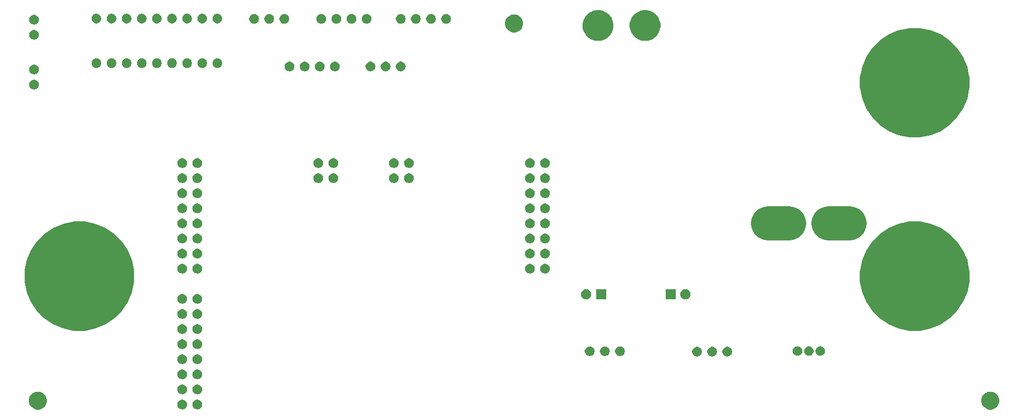
<source format=gbr>
G04 #@! TF.GenerationSoftware,KiCad,Pcbnew,(5.1.4)-1*
G04 #@! TF.CreationDate,2019-12-13T14:43:06-06:00*
G04 #@! TF.ProjectId,2020_BMSBOARD,32303230-5f42-44d5-9342-4f4152442e6b,rev?*
G04 #@! TF.SameCoordinates,Original*
G04 #@! TF.FileFunction,Soldermask,Bot*
G04 #@! TF.FilePolarity,Negative*
%FSLAX46Y46*%
G04 Gerber Fmt 4.6, Leading zero omitted, Abs format (unit mm)*
G04 Created by KiCad (PCBNEW (5.1.4)-1) date 2019-12-13 14:43:06*
%MOMM*%
%LPD*%
G04 APERTURE LIST*
%ADD10C,0.100000*%
G04 APERTURE END LIST*
D10*
G36*
X255441739Y-48010100D02*
G01*
X255714593Y-48064374D01*
X255991979Y-48179271D01*
X256107558Y-48256499D01*
X256240715Y-48345471D01*
X256241621Y-48346077D01*
X256453923Y-48558379D01*
X256620729Y-48808021D01*
X256735626Y-49085407D01*
X256794200Y-49379879D01*
X256794200Y-49680121D01*
X256735626Y-49974593D01*
X256620729Y-50251979D01*
X256453923Y-50501621D01*
X256241621Y-50713923D01*
X255991979Y-50880729D01*
X255714593Y-50995626D01*
X255567357Y-51024913D01*
X255420122Y-51054200D01*
X255119878Y-51054200D01*
X254972643Y-51024913D01*
X254825407Y-50995626D01*
X254548021Y-50880729D01*
X254298379Y-50713923D01*
X254086077Y-50501621D01*
X253919271Y-50251979D01*
X253804374Y-49974593D01*
X253745800Y-49680121D01*
X253745800Y-49379879D01*
X253804374Y-49085407D01*
X253919271Y-48808021D01*
X254086077Y-48558379D01*
X254298379Y-48346077D01*
X254299286Y-48345471D01*
X254432442Y-48256499D01*
X254548021Y-48179271D01*
X254825407Y-48064374D01*
X255098261Y-48010100D01*
X255119878Y-48005800D01*
X255420122Y-48005800D01*
X255441739Y-48010100D01*
X255441739Y-48010100D01*
G37*
G36*
X95421739Y-48010100D02*
G01*
X95694593Y-48064374D01*
X95971979Y-48179271D01*
X96087558Y-48256499D01*
X96220715Y-48345471D01*
X96221621Y-48346077D01*
X96433923Y-48558379D01*
X96600729Y-48808021D01*
X96715626Y-49085407D01*
X96774200Y-49379879D01*
X96774200Y-49680121D01*
X96715626Y-49974593D01*
X96600729Y-50251979D01*
X96433923Y-50501621D01*
X96221621Y-50713923D01*
X95971979Y-50880729D01*
X95694593Y-50995626D01*
X95547357Y-51024913D01*
X95400122Y-51054200D01*
X95099878Y-51054200D01*
X94952643Y-51024913D01*
X94805407Y-50995626D01*
X94528021Y-50880729D01*
X94278379Y-50713923D01*
X94066077Y-50501621D01*
X93899271Y-50251979D01*
X93784374Y-49974593D01*
X93725800Y-49680121D01*
X93725800Y-49379879D01*
X93784374Y-49085407D01*
X93899271Y-48808021D01*
X94066077Y-48558379D01*
X94278379Y-48346077D01*
X94279286Y-48345471D01*
X94412442Y-48256499D01*
X94528021Y-48179271D01*
X94805407Y-48064374D01*
X95078261Y-48010100D01*
X95099878Y-48005800D01*
X95400122Y-48005800D01*
X95421739Y-48010100D01*
X95421739Y-48010100D01*
G37*
G36*
X122284142Y-49383242D02*
G01*
X122432101Y-49444529D01*
X122565255Y-49533499D01*
X122678501Y-49646745D01*
X122767471Y-49779899D01*
X122828758Y-49927858D01*
X122860000Y-50084925D01*
X122860000Y-50245075D01*
X122828758Y-50402142D01*
X122767471Y-50550101D01*
X122678501Y-50683255D01*
X122565255Y-50796501D01*
X122432101Y-50885471D01*
X122284142Y-50946758D01*
X122127075Y-50978000D01*
X121966925Y-50978000D01*
X121809858Y-50946758D01*
X121661899Y-50885471D01*
X121528745Y-50796501D01*
X121415499Y-50683255D01*
X121326529Y-50550101D01*
X121265242Y-50402142D01*
X121234000Y-50245075D01*
X121234000Y-50084925D01*
X121265242Y-49927858D01*
X121326529Y-49779899D01*
X121415499Y-49646745D01*
X121528745Y-49533499D01*
X121661899Y-49444529D01*
X121809858Y-49383242D01*
X121966925Y-49352000D01*
X122127075Y-49352000D01*
X122284142Y-49383242D01*
X122284142Y-49383242D01*
G37*
G36*
X119744142Y-49383242D02*
G01*
X119892101Y-49444529D01*
X120025255Y-49533499D01*
X120138501Y-49646745D01*
X120227471Y-49779899D01*
X120288758Y-49927858D01*
X120320000Y-50084925D01*
X120320000Y-50245075D01*
X120288758Y-50402142D01*
X120227471Y-50550101D01*
X120138501Y-50683255D01*
X120025255Y-50796501D01*
X119892101Y-50885471D01*
X119744142Y-50946758D01*
X119587075Y-50978000D01*
X119426925Y-50978000D01*
X119269858Y-50946758D01*
X119121899Y-50885471D01*
X118988745Y-50796501D01*
X118875499Y-50683255D01*
X118786529Y-50550101D01*
X118725242Y-50402142D01*
X118694000Y-50245075D01*
X118694000Y-50084925D01*
X118725242Y-49927858D01*
X118786529Y-49779899D01*
X118875499Y-49646745D01*
X118988745Y-49533499D01*
X119121899Y-49444529D01*
X119269858Y-49383242D01*
X119426925Y-49352000D01*
X119587075Y-49352000D01*
X119744142Y-49383242D01*
X119744142Y-49383242D01*
G37*
G36*
X119744142Y-46843242D02*
G01*
X119892101Y-46904529D01*
X120025255Y-46993499D01*
X120138501Y-47106745D01*
X120227471Y-47239899D01*
X120288758Y-47387858D01*
X120320000Y-47544925D01*
X120320000Y-47705075D01*
X120288758Y-47862142D01*
X120227471Y-48010101D01*
X120138501Y-48143255D01*
X120025255Y-48256501D01*
X119892101Y-48345471D01*
X119744142Y-48406758D01*
X119587075Y-48438000D01*
X119426925Y-48438000D01*
X119269858Y-48406758D01*
X119121899Y-48345471D01*
X118988745Y-48256501D01*
X118875499Y-48143255D01*
X118786529Y-48010101D01*
X118725242Y-47862142D01*
X118694000Y-47705075D01*
X118694000Y-47544925D01*
X118725242Y-47387858D01*
X118786529Y-47239899D01*
X118875499Y-47106745D01*
X118988745Y-46993499D01*
X119121899Y-46904529D01*
X119269858Y-46843242D01*
X119426925Y-46812000D01*
X119587075Y-46812000D01*
X119744142Y-46843242D01*
X119744142Y-46843242D01*
G37*
G36*
X122284142Y-46843242D02*
G01*
X122432101Y-46904529D01*
X122565255Y-46993499D01*
X122678501Y-47106745D01*
X122767471Y-47239899D01*
X122828758Y-47387858D01*
X122860000Y-47544925D01*
X122860000Y-47705075D01*
X122828758Y-47862142D01*
X122767471Y-48010101D01*
X122678501Y-48143255D01*
X122565255Y-48256501D01*
X122432101Y-48345471D01*
X122284142Y-48406758D01*
X122127075Y-48438000D01*
X121966925Y-48438000D01*
X121809858Y-48406758D01*
X121661899Y-48345471D01*
X121528745Y-48256501D01*
X121415499Y-48143255D01*
X121326529Y-48010101D01*
X121265242Y-47862142D01*
X121234000Y-47705075D01*
X121234000Y-47544925D01*
X121265242Y-47387858D01*
X121326529Y-47239899D01*
X121415499Y-47106745D01*
X121528745Y-46993499D01*
X121661899Y-46904529D01*
X121809858Y-46843242D01*
X121966925Y-46812000D01*
X122127075Y-46812000D01*
X122284142Y-46843242D01*
X122284142Y-46843242D01*
G37*
G36*
X122284142Y-44303242D02*
G01*
X122432101Y-44364529D01*
X122565255Y-44453499D01*
X122678501Y-44566745D01*
X122767471Y-44699899D01*
X122828758Y-44847858D01*
X122860000Y-45004925D01*
X122860000Y-45165075D01*
X122828758Y-45322142D01*
X122767471Y-45470101D01*
X122678501Y-45603255D01*
X122565255Y-45716501D01*
X122432101Y-45805471D01*
X122284142Y-45866758D01*
X122127075Y-45898000D01*
X121966925Y-45898000D01*
X121809858Y-45866758D01*
X121661899Y-45805471D01*
X121528745Y-45716501D01*
X121415499Y-45603255D01*
X121326529Y-45470101D01*
X121265242Y-45322142D01*
X121234000Y-45165075D01*
X121234000Y-45004925D01*
X121265242Y-44847858D01*
X121326529Y-44699899D01*
X121415499Y-44566745D01*
X121528745Y-44453499D01*
X121661899Y-44364529D01*
X121809858Y-44303242D01*
X121966925Y-44272000D01*
X122127075Y-44272000D01*
X122284142Y-44303242D01*
X122284142Y-44303242D01*
G37*
G36*
X119744142Y-44303242D02*
G01*
X119892101Y-44364529D01*
X120025255Y-44453499D01*
X120138501Y-44566745D01*
X120227471Y-44699899D01*
X120288758Y-44847858D01*
X120320000Y-45004925D01*
X120320000Y-45165075D01*
X120288758Y-45322142D01*
X120227471Y-45470101D01*
X120138501Y-45603255D01*
X120025255Y-45716501D01*
X119892101Y-45805471D01*
X119744142Y-45866758D01*
X119587075Y-45898000D01*
X119426925Y-45898000D01*
X119269858Y-45866758D01*
X119121899Y-45805471D01*
X118988745Y-45716501D01*
X118875499Y-45603255D01*
X118786529Y-45470101D01*
X118725242Y-45322142D01*
X118694000Y-45165075D01*
X118694000Y-45004925D01*
X118725242Y-44847858D01*
X118786529Y-44699899D01*
X118875499Y-44566745D01*
X118988745Y-44453499D01*
X119121899Y-44364529D01*
X119269858Y-44303242D01*
X119426925Y-44272000D01*
X119587075Y-44272000D01*
X119744142Y-44303242D01*
X119744142Y-44303242D01*
G37*
G36*
X122284142Y-41763242D02*
G01*
X122432101Y-41824529D01*
X122565255Y-41913499D01*
X122678501Y-42026745D01*
X122767471Y-42159899D01*
X122828758Y-42307858D01*
X122860000Y-42464925D01*
X122860000Y-42625075D01*
X122828758Y-42782142D01*
X122767471Y-42930101D01*
X122678501Y-43063255D01*
X122565255Y-43176501D01*
X122432101Y-43265471D01*
X122284142Y-43326758D01*
X122127075Y-43358000D01*
X121966925Y-43358000D01*
X121809858Y-43326758D01*
X121661899Y-43265471D01*
X121528745Y-43176501D01*
X121415499Y-43063255D01*
X121326529Y-42930101D01*
X121265242Y-42782142D01*
X121234000Y-42625075D01*
X121234000Y-42464925D01*
X121265242Y-42307858D01*
X121326529Y-42159899D01*
X121415499Y-42026745D01*
X121528745Y-41913499D01*
X121661899Y-41824529D01*
X121809858Y-41763242D01*
X121966925Y-41732000D01*
X122127075Y-41732000D01*
X122284142Y-41763242D01*
X122284142Y-41763242D01*
G37*
G36*
X119744142Y-41763242D02*
G01*
X119892101Y-41824529D01*
X120025255Y-41913499D01*
X120138501Y-42026745D01*
X120227471Y-42159899D01*
X120288758Y-42307858D01*
X120320000Y-42464925D01*
X120320000Y-42625075D01*
X120288758Y-42782142D01*
X120227471Y-42930101D01*
X120138501Y-43063255D01*
X120025255Y-43176501D01*
X119892101Y-43265471D01*
X119744142Y-43326758D01*
X119587075Y-43358000D01*
X119426925Y-43358000D01*
X119269858Y-43326758D01*
X119121899Y-43265471D01*
X118988745Y-43176501D01*
X118875499Y-43063255D01*
X118786529Y-42930101D01*
X118725242Y-42782142D01*
X118694000Y-42625075D01*
X118694000Y-42464925D01*
X118725242Y-42307858D01*
X118786529Y-42159899D01*
X118875499Y-42026745D01*
X118988745Y-41913499D01*
X119121899Y-41824529D01*
X119269858Y-41763242D01*
X119426925Y-41732000D01*
X119587075Y-41732000D01*
X119744142Y-41763242D01*
X119744142Y-41763242D01*
G37*
G36*
X206231142Y-40493242D02*
G01*
X206379101Y-40554529D01*
X206512255Y-40643499D01*
X206625501Y-40756745D01*
X206714471Y-40889899D01*
X206775758Y-41037858D01*
X206807000Y-41194925D01*
X206807000Y-41355075D01*
X206775758Y-41512142D01*
X206714471Y-41660101D01*
X206625501Y-41793255D01*
X206512255Y-41906501D01*
X206379101Y-41995471D01*
X206231142Y-42056758D01*
X206074075Y-42088000D01*
X205913925Y-42088000D01*
X205756858Y-42056758D01*
X205608899Y-41995471D01*
X205475745Y-41906501D01*
X205362499Y-41793255D01*
X205273529Y-41660101D01*
X205212242Y-41512142D01*
X205181000Y-41355075D01*
X205181000Y-41194925D01*
X205212242Y-41037858D01*
X205273529Y-40889899D01*
X205362499Y-40756745D01*
X205475745Y-40643499D01*
X205608899Y-40554529D01*
X205756858Y-40493242D01*
X205913925Y-40462000D01*
X206074075Y-40462000D01*
X206231142Y-40493242D01*
X206231142Y-40493242D01*
G37*
G36*
X211311142Y-40493242D02*
G01*
X211459101Y-40554529D01*
X211592255Y-40643499D01*
X211705501Y-40756745D01*
X211794471Y-40889899D01*
X211855758Y-41037858D01*
X211887000Y-41194925D01*
X211887000Y-41355075D01*
X211855758Y-41512142D01*
X211794471Y-41660101D01*
X211705501Y-41793255D01*
X211592255Y-41906501D01*
X211459101Y-41995471D01*
X211311142Y-42056758D01*
X211154075Y-42088000D01*
X210993925Y-42088000D01*
X210836858Y-42056758D01*
X210688899Y-41995471D01*
X210555745Y-41906501D01*
X210442499Y-41793255D01*
X210353529Y-41660101D01*
X210292242Y-41512142D01*
X210261000Y-41355075D01*
X210261000Y-41194925D01*
X210292242Y-41037858D01*
X210353529Y-40889899D01*
X210442499Y-40756745D01*
X210555745Y-40643499D01*
X210688899Y-40554529D01*
X210836858Y-40493242D01*
X210993925Y-40462000D01*
X211154075Y-40462000D01*
X211311142Y-40493242D01*
X211311142Y-40493242D01*
G37*
G36*
X208771142Y-40493242D02*
G01*
X208919101Y-40554529D01*
X209052255Y-40643499D01*
X209165501Y-40756745D01*
X209254471Y-40889899D01*
X209315758Y-41037858D01*
X209347000Y-41194925D01*
X209347000Y-41355075D01*
X209315758Y-41512142D01*
X209254471Y-41660101D01*
X209165501Y-41793255D01*
X209052255Y-41906501D01*
X208919101Y-41995471D01*
X208771142Y-42056758D01*
X208614075Y-42088000D01*
X208453925Y-42088000D01*
X208296858Y-42056758D01*
X208148899Y-41995471D01*
X208015745Y-41906501D01*
X207902499Y-41793255D01*
X207813529Y-41660101D01*
X207752242Y-41512142D01*
X207721000Y-41355075D01*
X207721000Y-41194925D01*
X207752242Y-41037858D01*
X207813529Y-40889899D01*
X207902499Y-40756745D01*
X208015745Y-40643499D01*
X208148899Y-40554529D01*
X208296858Y-40493242D01*
X208453925Y-40462000D01*
X208614075Y-40462000D01*
X208771142Y-40493242D01*
X208771142Y-40493242D01*
G37*
G36*
X193277142Y-40429742D02*
G01*
X193425101Y-40491029D01*
X193558255Y-40579999D01*
X193671501Y-40693245D01*
X193760471Y-40826399D01*
X193821758Y-40974358D01*
X193853000Y-41131425D01*
X193853000Y-41291575D01*
X193821758Y-41448642D01*
X193760471Y-41596601D01*
X193671501Y-41729755D01*
X193558255Y-41843001D01*
X193425101Y-41931971D01*
X193277142Y-41993258D01*
X193120075Y-42024500D01*
X192959925Y-42024500D01*
X192802858Y-41993258D01*
X192654899Y-41931971D01*
X192521745Y-41843001D01*
X192408499Y-41729755D01*
X192319529Y-41596601D01*
X192258242Y-41448642D01*
X192227000Y-41291575D01*
X192227000Y-41131425D01*
X192258242Y-40974358D01*
X192319529Y-40826399D01*
X192408499Y-40693245D01*
X192521745Y-40579999D01*
X192654899Y-40491029D01*
X192802858Y-40429742D01*
X192959925Y-40398500D01*
X193120075Y-40398500D01*
X193277142Y-40429742D01*
X193277142Y-40429742D01*
G37*
G36*
X190737142Y-40429742D02*
G01*
X190885101Y-40491029D01*
X191018255Y-40579999D01*
X191131501Y-40693245D01*
X191220471Y-40826399D01*
X191281758Y-40974358D01*
X191313000Y-41131425D01*
X191313000Y-41291575D01*
X191281758Y-41448642D01*
X191220471Y-41596601D01*
X191131501Y-41729755D01*
X191018255Y-41843001D01*
X190885101Y-41931971D01*
X190737142Y-41993258D01*
X190580075Y-42024500D01*
X190419925Y-42024500D01*
X190262858Y-41993258D01*
X190114899Y-41931971D01*
X189981745Y-41843001D01*
X189868499Y-41729755D01*
X189779529Y-41596601D01*
X189718242Y-41448642D01*
X189687000Y-41291575D01*
X189687000Y-41131425D01*
X189718242Y-40974358D01*
X189779529Y-40826399D01*
X189868499Y-40693245D01*
X189981745Y-40579999D01*
X190114899Y-40491029D01*
X190262858Y-40429742D01*
X190419925Y-40398500D01*
X190580075Y-40398500D01*
X190737142Y-40429742D01*
X190737142Y-40429742D01*
G37*
G36*
X188197142Y-40429742D02*
G01*
X188345101Y-40491029D01*
X188478255Y-40579999D01*
X188591501Y-40693245D01*
X188680471Y-40826399D01*
X188741758Y-40974358D01*
X188773000Y-41131425D01*
X188773000Y-41291575D01*
X188741758Y-41448642D01*
X188680471Y-41596601D01*
X188591501Y-41729755D01*
X188478255Y-41843001D01*
X188345101Y-41931971D01*
X188197142Y-41993258D01*
X188040075Y-42024500D01*
X187879925Y-42024500D01*
X187722858Y-41993258D01*
X187574899Y-41931971D01*
X187441745Y-41843001D01*
X187328499Y-41729755D01*
X187239529Y-41596601D01*
X187178242Y-41448642D01*
X187147000Y-41291575D01*
X187147000Y-41131425D01*
X187178242Y-40974358D01*
X187239529Y-40826399D01*
X187328499Y-40693245D01*
X187441745Y-40579999D01*
X187574899Y-40491029D01*
X187722858Y-40429742D01*
X187879925Y-40398500D01*
X188040075Y-40398500D01*
X188197142Y-40429742D01*
X188197142Y-40429742D01*
G37*
G36*
X226832569Y-40390100D02*
G01*
X226933889Y-40410254D01*
X227037037Y-40452979D01*
X227058816Y-40462000D01*
X227079766Y-40470678D01*
X227211051Y-40558400D01*
X227322700Y-40670049D01*
X227410422Y-40801334D01*
X227470846Y-40947211D01*
X227501650Y-41102072D01*
X227501650Y-41259968D01*
X227470846Y-41414829D01*
X227410422Y-41560706D01*
X227322700Y-41691991D01*
X227211051Y-41803640D01*
X227079766Y-41891362D01*
X226933889Y-41951786D01*
X226856458Y-41967188D01*
X226779029Y-41982590D01*
X226621131Y-41982590D01*
X226543702Y-41967188D01*
X226466271Y-41951786D01*
X226320394Y-41891362D01*
X226189109Y-41803640D01*
X226077460Y-41691991D01*
X225989738Y-41560706D01*
X225929314Y-41414829D01*
X225898510Y-41259968D01*
X225898510Y-41102072D01*
X225929314Y-40947211D01*
X225989738Y-40801334D01*
X226077460Y-40670049D01*
X226189109Y-40558400D01*
X226320394Y-40470678D01*
X226341345Y-40462000D01*
X226363123Y-40452979D01*
X226466271Y-40410254D01*
X226567591Y-40390100D01*
X226621131Y-40379450D01*
X226779029Y-40379450D01*
X226832569Y-40390100D01*
X226832569Y-40390100D01*
G37*
G36*
X223012409Y-40390100D02*
G01*
X223113729Y-40410254D01*
X223216877Y-40452979D01*
X223238656Y-40462000D01*
X223259606Y-40470678D01*
X223390891Y-40558400D01*
X223502540Y-40670049D01*
X223590262Y-40801334D01*
X223650686Y-40947211D01*
X223681490Y-41102072D01*
X223681490Y-41259968D01*
X223650686Y-41414829D01*
X223590262Y-41560706D01*
X223502540Y-41691991D01*
X223390891Y-41803640D01*
X223259606Y-41891362D01*
X223113729Y-41951786D01*
X223036298Y-41967188D01*
X222958869Y-41982590D01*
X222800971Y-41982590D01*
X222723542Y-41967188D01*
X222646111Y-41951786D01*
X222500234Y-41891362D01*
X222368949Y-41803640D01*
X222257300Y-41691991D01*
X222169578Y-41560706D01*
X222109154Y-41414829D01*
X222078350Y-41259968D01*
X222078350Y-41102072D01*
X222109154Y-40947211D01*
X222169578Y-40801334D01*
X222257300Y-40670049D01*
X222368949Y-40558400D01*
X222500234Y-40470678D01*
X222521185Y-40462000D01*
X222542963Y-40452979D01*
X222646111Y-40410254D01*
X222747431Y-40390100D01*
X222800971Y-40379450D01*
X222958869Y-40379450D01*
X223012409Y-40390100D01*
X223012409Y-40390100D01*
G37*
G36*
X224922489Y-40390100D02*
G01*
X225023809Y-40410254D01*
X225126957Y-40452979D01*
X225148736Y-40462000D01*
X225169686Y-40470678D01*
X225300971Y-40558400D01*
X225412620Y-40670049D01*
X225500342Y-40801334D01*
X225560766Y-40947211D01*
X225591570Y-41102072D01*
X225591570Y-41259968D01*
X225560766Y-41414829D01*
X225500342Y-41560706D01*
X225412620Y-41691991D01*
X225300971Y-41803640D01*
X225169686Y-41891362D01*
X225023809Y-41951786D01*
X224946378Y-41967188D01*
X224868949Y-41982590D01*
X224711051Y-41982590D01*
X224633622Y-41967188D01*
X224556191Y-41951786D01*
X224410314Y-41891362D01*
X224279029Y-41803640D01*
X224167380Y-41691991D01*
X224079658Y-41560706D01*
X224019234Y-41414829D01*
X223988430Y-41259968D01*
X223988430Y-41102072D01*
X224019234Y-40947211D01*
X224079658Y-40801334D01*
X224167380Y-40670049D01*
X224279029Y-40558400D01*
X224410314Y-40470678D01*
X224431265Y-40462000D01*
X224453043Y-40452979D01*
X224556191Y-40410254D01*
X224657511Y-40390100D01*
X224711051Y-40379450D01*
X224868949Y-40379450D01*
X224922489Y-40390100D01*
X224922489Y-40390100D01*
G37*
G36*
X119744142Y-39223242D02*
G01*
X119892101Y-39284529D01*
X120025255Y-39373499D01*
X120138501Y-39486745D01*
X120227471Y-39619899D01*
X120288758Y-39767858D01*
X120320000Y-39924925D01*
X120320000Y-40085075D01*
X120288758Y-40242142D01*
X120227471Y-40390101D01*
X120138501Y-40523255D01*
X120025255Y-40636501D01*
X119892101Y-40725471D01*
X119744142Y-40786758D01*
X119587075Y-40818000D01*
X119426925Y-40818000D01*
X119269858Y-40786758D01*
X119121899Y-40725471D01*
X118988745Y-40636501D01*
X118875499Y-40523255D01*
X118786529Y-40390101D01*
X118725242Y-40242142D01*
X118694000Y-40085075D01*
X118694000Y-39924925D01*
X118725242Y-39767858D01*
X118786529Y-39619899D01*
X118875499Y-39486745D01*
X118988745Y-39373499D01*
X119121899Y-39284529D01*
X119269858Y-39223242D01*
X119426925Y-39192000D01*
X119587075Y-39192000D01*
X119744142Y-39223242D01*
X119744142Y-39223242D01*
G37*
G36*
X122284142Y-39223242D02*
G01*
X122432101Y-39284529D01*
X122565255Y-39373499D01*
X122678501Y-39486745D01*
X122767471Y-39619899D01*
X122828758Y-39767858D01*
X122860000Y-39924925D01*
X122860000Y-40085075D01*
X122828758Y-40242142D01*
X122767471Y-40390101D01*
X122678501Y-40523255D01*
X122565255Y-40636501D01*
X122432101Y-40725471D01*
X122284142Y-40786758D01*
X122127075Y-40818000D01*
X121966925Y-40818000D01*
X121809858Y-40786758D01*
X121661899Y-40725471D01*
X121528745Y-40636501D01*
X121415499Y-40523255D01*
X121326529Y-40390101D01*
X121265242Y-40242142D01*
X121234000Y-40085075D01*
X121234000Y-39924925D01*
X121265242Y-39767858D01*
X121326529Y-39619899D01*
X121415499Y-39486745D01*
X121528745Y-39373499D01*
X121661899Y-39284529D01*
X121809858Y-39223242D01*
X121966925Y-39192000D01*
X122127075Y-39192000D01*
X122284142Y-39223242D01*
X122284142Y-39223242D01*
G37*
G36*
X122284142Y-36683242D02*
G01*
X122432101Y-36744529D01*
X122565255Y-36833499D01*
X122678501Y-36946745D01*
X122767471Y-37079899D01*
X122828758Y-37227858D01*
X122860000Y-37384925D01*
X122860000Y-37545075D01*
X122828758Y-37702142D01*
X122767471Y-37850101D01*
X122678501Y-37983255D01*
X122565255Y-38096501D01*
X122432101Y-38185471D01*
X122284142Y-38246758D01*
X122127075Y-38278000D01*
X121966925Y-38278000D01*
X121809858Y-38246758D01*
X121661899Y-38185471D01*
X121528745Y-38096501D01*
X121415499Y-37983255D01*
X121326529Y-37850101D01*
X121265242Y-37702142D01*
X121234000Y-37545075D01*
X121234000Y-37384925D01*
X121265242Y-37227858D01*
X121326529Y-37079899D01*
X121415499Y-36946745D01*
X121528745Y-36833499D01*
X121661899Y-36744529D01*
X121809858Y-36683242D01*
X121966925Y-36652000D01*
X122127075Y-36652000D01*
X122284142Y-36683242D01*
X122284142Y-36683242D01*
G37*
G36*
X119744142Y-36683242D02*
G01*
X119892101Y-36744529D01*
X120025255Y-36833499D01*
X120138501Y-36946745D01*
X120227471Y-37079899D01*
X120288758Y-37227858D01*
X120320000Y-37384925D01*
X120320000Y-37545075D01*
X120288758Y-37702142D01*
X120227471Y-37850101D01*
X120138501Y-37983255D01*
X120025255Y-38096501D01*
X119892101Y-38185471D01*
X119744142Y-38246758D01*
X119587075Y-38278000D01*
X119426925Y-38278000D01*
X119269858Y-38246758D01*
X119121899Y-38185471D01*
X118988745Y-38096501D01*
X118875499Y-37983255D01*
X118786529Y-37850101D01*
X118725242Y-37702142D01*
X118694000Y-37545075D01*
X118694000Y-37384925D01*
X118725242Y-37227858D01*
X118786529Y-37079899D01*
X118875499Y-36946745D01*
X118988745Y-36833499D01*
X119121899Y-36744529D01*
X119269858Y-36683242D01*
X119426925Y-36652000D01*
X119587075Y-36652000D01*
X119744142Y-36683242D01*
X119744142Y-36683242D01*
G37*
G36*
X103481769Y-19447857D02*
G01*
X104917083Y-19733358D01*
X106590466Y-20426496D01*
X108096471Y-21432777D01*
X109377223Y-22713529D01*
X110383504Y-24219534D01*
X111076642Y-25892917D01*
X111310352Y-27067858D01*
X111404693Y-27542142D01*
X111430000Y-27669372D01*
X111430000Y-29480628D01*
X111076642Y-31257083D01*
X110383504Y-32930466D01*
X109377223Y-34436471D01*
X108096471Y-35717223D01*
X106590466Y-36723504D01*
X104917083Y-37416642D01*
X103534201Y-37691714D01*
X103140630Y-37770000D01*
X101329370Y-37770000D01*
X100935799Y-37691714D01*
X99552917Y-37416642D01*
X97879534Y-36723504D01*
X96373529Y-35717223D01*
X95092777Y-34436471D01*
X94086496Y-32930466D01*
X93393358Y-31257083D01*
X93040000Y-29480628D01*
X93040000Y-27669372D01*
X93065308Y-27542142D01*
X93159648Y-27067858D01*
X93393358Y-25892917D01*
X94086496Y-24219534D01*
X95092777Y-22713529D01*
X96373529Y-21432777D01*
X97879534Y-20426496D01*
X99552917Y-19733358D01*
X100988231Y-19447857D01*
X101329370Y-19380000D01*
X103140630Y-19380000D01*
X103481769Y-19447857D01*
X103481769Y-19447857D01*
G37*
G36*
X243816769Y-19447857D02*
G01*
X245252083Y-19733358D01*
X246925466Y-20426496D01*
X248431471Y-21432777D01*
X249712223Y-22713529D01*
X250718504Y-24219534D01*
X251411642Y-25892917D01*
X251645352Y-27067858D01*
X251739693Y-27542142D01*
X251765000Y-27669372D01*
X251765000Y-29480628D01*
X251411642Y-31257083D01*
X250718504Y-32930466D01*
X249712223Y-34436471D01*
X248431471Y-35717223D01*
X246925466Y-36723504D01*
X245252083Y-37416642D01*
X243869201Y-37691714D01*
X243475630Y-37770000D01*
X241664370Y-37770000D01*
X241270799Y-37691714D01*
X239887917Y-37416642D01*
X238214534Y-36723504D01*
X236708529Y-35717223D01*
X235427777Y-34436471D01*
X234421496Y-32930466D01*
X233728358Y-31257083D01*
X233375000Y-29480628D01*
X233375000Y-27669372D01*
X233400308Y-27542142D01*
X233494648Y-27067858D01*
X233728358Y-25892917D01*
X234421496Y-24219534D01*
X235427777Y-22713529D01*
X236708529Y-21432777D01*
X238214534Y-20426496D01*
X239887917Y-19733358D01*
X241323231Y-19447857D01*
X241664370Y-19380000D01*
X243475630Y-19380000D01*
X243816769Y-19447857D01*
X243816769Y-19447857D01*
G37*
G36*
X119744142Y-34143242D02*
G01*
X119892101Y-34204529D01*
X120025255Y-34293499D01*
X120138501Y-34406745D01*
X120227471Y-34539899D01*
X120288758Y-34687858D01*
X120320000Y-34844925D01*
X120320000Y-35005075D01*
X120288758Y-35162142D01*
X120227471Y-35310101D01*
X120138501Y-35443255D01*
X120025255Y-35556501D01*
X119892101Y-35645471D01*
X119744142Y-35706758D01*
X119587075Y-35738000D01*
X119426925Y-35738000D01*
X119269858Y-35706758D01*
X119121899Y-35645471D01*
X118988745Y-35556501D01*
X118875499Y-35443255D01*
X118786529Y-35310101D01*
X118725242Y-35162142D01*
X118694000Y-35005075D01*
X118694000Y-34844925D01*
X118725242Y-34687858D01*
X118786529Y-34539899D01*
X118875499Y-34406745D01*
X118988745Y-34293499D01*
X119121899Y-34204529D01*
X119269858Y-34143242D01*
X119426925Y-34112000D01*
X119587075Y-34112000D01*
X119744142Y-34143242D01*
X119744142Y-34143242D01*
G37*
G36*
X122284142Y-34143242D02*
G01*
X122432101Y-34204529D01*
X122565255Y-34293499D01*
X122678501Y-34406745D01*
X122767471Y-34539899D01*
X122828758Y-34687858D01*
X122860000Y-34844925D01*
X122860000Y-35005075D01*
X122828758Y-35162142D01*
X122767471Y-35310101D01*
X122678501Y-35443255D01*
X122565255Y-35556501D01*
X122432101Y-35645471D01*
X122284142Y-35706758D01*
X122127075Y-35738000D01*
X121966925Y-35738000D01*
X121809858Y-35706758D01*
X121661899Y-35645471D01*
X121528745Y-35556501D01*
X121415499Y-35443255D01*
X121326529Y-35310101D01*
X121265242Y-35162142D01*
X121234000Y-35005075D01*
X121234000Y-34844925D01*
X121265242Y-34687858D01*
X121326529Y-34539899D01*
X121415499Y-34406745D01*
X121528745Y-34293499D01*
X121661899Y-34204529D01*
X121809858Y-34143242D01*
X121966925Y-34112000D01*
X122127075Y-34112000D01*
X122284142Y-34143242D01*
X122284142Y-34143242D01*
G37*
G36*
X119744142Y-31603242D02*
G01*
X119892101Y-31664529D01*
X120025255Y-31753499D01*
X120138501Y-31866745D01*
X120227471Y-31999899D01*
X120288758Y-32147858D01*
X120320000Y-32304925D01*
X120320000Y-32465075D01*
X120288758Y-32622142D01*
X120227471Y-32770101D01*
X120138501Y-32903255D01*
X120025255Y-33016501D01*
X119892101Y-33105471D01*
X119744142Y-33166758D01*
X119587075Y-33198000D01*
X119426925Y-33198000D01*
X119269858Y-33166758D01*
X119121899Y-33105471D01*
X118988745Y-33016501D01*
X118875499Y-32903255D01*
X118786529Y-32770101D01*
X118725242Y-32622142D01*
X118694000Y-32465075D01*
X118694000Y-32304925D01*
X118725242Y-32147858D01*
X118786529Y-31999899D01*
X118875499Y-31866745D01*
X118988745Y-31753499D01*
X119121899Y-31664529D01*
X119269858Y-31603242D01*
X119426925Y-31572000D01*
X119587075Y-31572000D01*
X119744142Y-31603242D01*
X119744142Y-31603242D01*
G37*
G36*
X122284142Y-31603242D02*
G01*
X122432101Y-31664529D01*
X122565255Y-31753499D01*
X122678501Y-31866745D01*
X122767471Y-31999899D01*
X122828758Y-32147858D01*
X122860000Y-32304925D01*
X122860000Y-32465075D01*
X122828758Y-32622142D01*
X122767471Y-32770101D01*
X122678501Y-32903255D01*
X122565255Y-33016501D01*
X122432101Y-33105471D01*
X122284142Y-33166758D01*
X122127075Y-33198000D01*
X121966925Y-33198000D01*
X121809858Y-33166758D01*
X121661899Y-33105471D01*
X121528745Y-33016501D01*
X121415499Y-32903255D01*
X121326529Y-32770101D01*
X121265242Y-32622142D01*
X121234000Y-32465075D01*
X121234000Y-32304925D01*
X121265242Y-32147858D01*
X121326529Y-31999899D01*
X121415499Y-31866745D01*
X121528745Y-31753499D01*
X121661899Y-31664529D01*
X121809858Y-31603242D01*
X121966925Y-31572000D01*
X122127075Y-31572000D01*
X122284142Y-31603242D01*
X122284142Y-31603242D01*
G37*
G36*
X190716000Y-32474000D02*
G01*
X189014000Y-32474000D01*
X189014000Y-30772000D01*
X190716000Y-30772000D01*
X190716000Y-32474000D01*
X190716000Y-32474000D01*
G37*
G36*
X187613228Y-30804703D02*
G01*
X187768100Y-30868853D01*
X187907481Y-30961985D01*
X188026015Y-31080519D01*
X188119147Y-31219900D01*
X188183297Y-31374772D01*
X188216000Y-31539184D01*
X188216000Y-31706816D01*
X188183297Y-31871228D01*
X188119147Y-32026100D01*
X188026015Y-32165481D01*
X187907481Y-32284015D01*
X187768100Y-32377147D01*
X187613228Y-32441297D01*
X187448816Y-32474000D01*
X187281184Y-32474000D01*
X187116772Y-32441297D01*
X186961900Y-32377147D01*
X186822519Y-32284015D01*
X186703985Y-32165481D01*
X186610853Y-32026100D01*
X186546703Y-31871228D01*
X186514000Y-31706816D01*
X186514000Y-31539184D01*
X186546703Y-31374772D01*
X186610853Y-31219900D01*
X186703985Y-31080519D01*
X186822519Y-30961985D01*
X186961900Y-30868853D01*
X187116772Y-30804703D01*
X187281184Y-30772000D01*
X187448816Y-30772000D01*
X187613228Y-30804703D01*
X187613228Y-30804703D01*
G37*
G36*
X202400000Y-32474000D02*
G01*
X200698000Y-32474000D01*
X200698000Y-30772000D01*
X202400000Y-30772000D01*
X202400000Y-32474000D01*
X202400000Y-32474000D01*
G37*
G36*
X204297228Y-30804703D02*
G01*
X204452100Y-30868853D01*
X204591481Y-30961985D01*
X204710015Y-31080519D01*
X204803147Y-31219900D01*
X204867297Y-31374772D01*
X204900000Y-31539184D01*
X204900000Y-31706816D01*
X204867297Y-31871228D01*
X204803147Y-32026100D01*
X204710015Y-32165481D01*
X204591481Y-32284015D01*
X204452100Y-32377147D01*
X204297228Y-32441297D01*
X204132816Y-32474000D01*
X203965184Y-32474000D01*
X203800772Y-32441297D01*
X203645900Y-32377147D01*
X203506519Y-32284015D01*
X203387985Y-32165481D01*
X203294853Y-32026100D01*
X203230703Y-31871228D01*
X203198000Y-31706816D01*
X203198000Y-31539184D01*
X203230703Y-31374772D01*
X203294853Y-31219900D01*
X203387985Y-31080519D01*
X203506519Y-30961985D01*
X203645900Y-30868853D01*
X203800772Y-30804703D01*
X203965184Y-30772000D01*
X204132816Y-30772000D01*
X204297228Y-30804703D01*
X204297228Y-30804703D01*
G37*
G36*
X180704142Y-26523242D02*
G01*
X180852101Y-26584529D01*
X180985255Y-26673499D01*
X181098501Y-26786745D01*
X181187471Y-26919899D01*
X181248758Y-27067858D01*
X181280000Y-27224925D01*
X181280000Y-27385075D01*
X181248758Y-27542142D01*
X181187471Y-27690101D01*
X181098501Y-27823255D01*
X180985255Y-27936501D01*
X180852101Y-28025471D01*
X180704142Y-28086758D01*
X180547075Y-28118000D01*
X180386925Y-28118000D01*
X180229858Y-28086758D01*
X180081899Y-28025471D01*
X179948745Y-27936501D01*
X179835499Y-27823255D01*
X179746529Y-27690101D01*
X179685242Y-27542142D01*
X179654000Y-27385075D01*
X179654000Y-27224925D01*
X179685242Y-27067858D01*
X179746529Y-26919899D01*
X179835499Y-26786745D01*
X179948745Y-26673499D01*
X180081899Y-26584529D01*
X180229858Y-26523242D01*
X180386925Y-26492000D01*
X180547075Y-26492000D01*
X180704142Y-26523242D01*
X180704142Y-26523242D01*
G37*
G36*
X178164142Y-26523242D02*
G01*
X178312101Y-26584529D01*
X178445255Y-26673499D01*
X178558501Y-26786745D01*
X178647471Y-26919899D01*
X178708758Y-27067858D01*
X178740000Y-27224925D01*
X178740000Y-27385075D01*
X178708758Y-27542142D01*
X178647471Y-27690101D01*
X178558501Y-27823255D01*
X178445255Y-27936501D01*
X178312101Y-28025471D01*
X178164142Y-28086758D01*
X178007075Y-28118000D01*
X177846925Y-28118000D01*
X177689858Y-28086758D01*
X177541899Y-28025471D01*
X177408745Y-27936501D01*
X177295499Y-27823255D01*
X177206529Y-27690101D01*
X177145242Y-27542142D01*
X177114000Y-27385075D01*
X177114000Y-27224925D01*
X177145242Y-27067858D01*
X177206529Y-26919899D01*
X177295499Y-26786745D01*
X177408745Y-26673499D01*
X177541899Y-26584529D01*
X177689858Y-26523242D01*
X177846925Y-26492000D01*
X178007075Y-26492000D01*
X178164142Y-26523242D01*
X178164142Y-26523242D01*
G37*
G36*
X122284142Y-26523242D02*
G01*
X122432101Y-26584529D01*
X122565255Y-26673499D01*
X122678501Y-26786745D01*
X122767471Y-26919899D01*
X122828758Y-27067858D01*
X122860000Y-27224925D01*
X122860000Y-27385075D01*
X122828758Y-27542142D01*
X122767471Y-27690101D01*
X122678501Y-27823255D01*
X122565255Y-27936501D01*
X122432101Y-28025471D01*
X122284142Y-28086758D01*
X122127075Y-28118000D01*
X121966925Y-28118000D01*
X121809858Y-28086758D01*
X121661899Y-28025471D01*
X121528745Y-27936501D01*
X121415499Y-27823255D01*
X121326529Y-27690101D01*
X121265242Y-27542142D01*
X121234000Y-27385075D01*
X121234000Y-27224925D01*
X121265242Y-27067858D01*
X121326529Y-26919899D01*
X121415499Y-26786745D01*
X121528745Y-26673499D01*
X121661899Y-26584529D01*
X121809858Y-26523242D01*
X121966925Y-26492000D01*
X122127075Y-26492000D01*
X122284142Y-26523242D01*
X122284142Y-26523242D01*
G37*
G36*
X119744142Y-26523242D02*
G01*
X119892101Y-26584529D01*
X120025255Y-26673499D01*
X120138501Y-26786745D01*
X120227471Y-26919899D01*
X120288758Y-27067858D01*
X120320000Y-27224925D01*
X120320000Y-27385075D01*
X120288758Y-27542142D01*
X120227471Y-27690101D01*
X120138501Y-27823255D01*
X120025255Y-27936501D01*
X119892101Y-28025471D01*
X119744142Y-28086758D01*
X119587075Y-28118000D01*
X119426925Y-28118000D01*
X119269858Y-28086758D01*
X119121899Y-28025471D01*
X118988745Y-27936501D01*
X118875499Y-27823255D01*
X118786529Y-27690101D01*
X118725242Y-27542142D01*
X118694000Y-27385075D01*
X118694000Y-27224925D01*
X118725242Y-27067858D01*
X118786529Y-26919899D01*
X118875499Y-26786745D01*
X118988745Y-26673499D01*
X119121899Y-26584529D01*
X119269858Y-26523242D01*
X119426925Y-26492000D01*
X119587075Y-26492000D01*
X119744142Y-26523242D01*
X119744142Y-26523242D01*
G37*
G36*
X119744142Y-23983242D02*
G01*
X119892101Y-24044529D01*
X120025255Y-24133499D01*
X120138501Y-24246745D01*
X120227471Y-24379899D01*
X120288758Y-24527858D01*
X120320000Y-24684925D01*
X120320000Y-24845075D01*
X120288758Y-25002142D01*
X120227471Y-25150101D01*
X120138501Y-25283255D01*
X120025255Y-25396501D01*
X119892101Y-25485471D01*
X119744142Y-25546758D01*
X119587075Y-25578000D01*
X119426925Y-25578000D01*
X119269858Y-25546758D01*
X119121899Y-25485471D01*
X118988745Y-25396501D01*
X118875499Y-25283255D01*
X118786529Y-25150101D01*
X118725242Y-25002142D01*
X118694000Y-24845075D01*
X118694000Y-24684925D01*
X118725242Y-24527858D01*
X118786529Y-24379899D01*
X118875499Y-24246745D01*
X118988745Y-24133499D01*
X119121899Y-24044529D01*
X119269858Y-23983242D01*
X119426925Y-23952000D01*
X119587075Y-23952000D01*
X119744142Y-23983242D01*
X119744142Y-23983242D01*
G37*
G36*
X122284142Y-23983242D02*
G01*
X122432101Y-24044529D01*
X122565255Y-24133499D01*
X122678501Y-24246745D01*
X122767471Y-24379899D01*
X122828758Y-24527858D01*
X122860000Y-24684925D01*
X122860000Y-24845075D01*
X122828758Y-25002142D01*
X122767471Y-25150101D01*
X122678501Y-25283255D01*
X122565255Y-25396501D01*
X122432101Y-25485471D01*
X122284142Y-25546758D01*
X122127075Y-25578000D01*
X121966925Y-25578000D01*
X121809858Y-25546758D01*
X121661899Y-25485471D01*
X121528745Y-25396501D01*
X121415499Y-25283255D01*
X121326529Y-25150101D01*
X121265242Y-25002142D01*
X121234000Y-24845075D01*
X121234000Y-24684925D01*
X121265242Y-24527858D01*
X121326529Y-24379899D01*
X121415499Y-24246745D01*
X121528745Y-24133499D01*
X121661899Y-24044529D01*
X121809858Y-23983242D01*
X121966925Y-23952000D01*
X122127075Y-23952000D01*
X122284142Y-23983242D01*
X122284142Y-23983242D01*
G37*
G36*
X178164142Y-23983242D02*
G01*
X178312101Y-24044529D01*
X178445255Y-24133499D01*
X178558501Y-24246745D01*
X178647471Y-24379899D01*
X178708758Y-24527858D01*
X178740000Y-24684925D01*
X178740000Y-24845075D01*
X178708758Y-25002142D01*
X178647471Y-25150101D01*
X178558501Y-25283255D01*
X178445255Y-25396501D01*
X178312101Y-25485471D01*
X178164142Y-25546758D01*
X178007075Y-25578000D01*
X177846925Y-25578000D01*
X177689858Y-25546758D01*
X177541899Y-25485471D01*
X177408745Y-25396501D01*
X177295499Y-25283255D01*
X177206529Y-25150101D01*
X177145242Y-25002142D01*
X177114000Y-24845075D01*
X177114000Y-24684925D01*
X177145242Y-24527858D01*
X177206529Y-24379899D01*
X177295499Y-24246745D01*
X177408745Y-24133499D01*
X177541899Y-24044529D01*
X177689858Y-23983242D01*
X177846925Y-23952000D01*
X178007075Y-23952000D01*
X178164142Y-23983242D01*
X178164142Y-23983242D01*
G37*
G36*
X180704142Y-23983242D02*
G01*
X180852101Y-24044529D01*
X180985255Y-24133499D01*
X181098501Y-24246745D01*
X181187471Y-24379899D01*
X181248758Y-24527858D01*
X181280000Y-24684925D01*
X181280000Y-24845075D01*
X181248758Y-25002142D01*
X181187471Y-25150101D01*
X181098501Y-25283255D01*
X180985255Y-25396501D01*
X180852101Y-25485471D01*
X180704142Y-25546758D01*
X180547075Y-25578000D01*
X180386925Y-25578000D01*
X180229858Y-25546758D01*
X180081899Y-25485471D01*
X179948745Y-25396501D01*
X179835499Y-25283255D01*
X179746529Y-25150101D01*
X179685242Y-25002142D01*
X179654000Y-24845075D01*
X179654000Y-24684925D01*
X179685242Y-24527858D01*
X179746529Y-24379899D01*
X179835499Y-24246745D01*
X179948745Y-24133499D01*
X180081899Y-24044529D01*
X180229858Y-23983242D01*
X180386925Y-23952000D01*
X180547075Y-23952000D01*
X180704142Y-23983242D01*
X180704142Y-23983242D01*
G37*
G36*
X119744142Y-21443242D02*
G01*
X119892101Y-21504529D01*
X120025255Y-21593499D01*
X120138501Y-21706745D01*
X120227471Y-21839899D01*
X120288758Y-21987858D01*
X120320000Y-22144925D01*
X120320000Y-22305075D01*
X120288758Y-22462142D01*
X120227471Y-22610101D01*
X120138501Y-22743255D01*
X120025255Y-22856501D01*
X119892101Y-22945471D01*
X119744142Y-23006758D01*
X119587075Y-23038000D01*
X119426925Y-23038000D01*
X119269858Y-23006758D01*
X119121899Y-22945471D01*
X118988745Y-22856501D01*
X118875499Y-22743255D01*
X118786529Y-22610101D01*
X118725242Y-22462142D01*
X118694000Y-22305075D01*
X118694000Y-22144925D01*
X118725242Y-21987858D01*
X118786529Y-21839899D01*
X118875499Y-21706745D01*
X118988745Y-21593499D01*
X119121899Y-21504529D01*
X119269858Y-21443242D01*
X119426925Y-21412000D01*
X119587075Y-21412000D01*
X119744142Y-21443242D01*
X119744142Y-21443242D01*
G37*
G36*
X178164142Y-21443242D02*
G01*
X178312101Y-21504529D01*
X178445255Y-21593499D01*
X178558501Y-21706745D01*
X178647471Y-21839899D01*
X178708758Y-21987858D01*
X178740000Y-22144925D01*
X178740000Y-22305075D01*
X178708758Y-22462142D01*
X178647471Y-22610101D01*
X178558501Y-22743255D01*
X178445255Y-22856501D01*
X178312101Y-22945471D01*
X178164142Y-23006758D01*
X178007075Y-23038000D01*
X177846925Y-23038000D01*
X177689858Y-23006758D01*
X177541899Y-22945471D01*
X177408745Y-22856501D01*
X177295499Y-22743255D01*
X177206529Y-22610101D01*
X177145242Y-22462142D01*
X177114000Y-22305075D01*
X177114000Y-22144925D01*
X177145242Y-21987858D01*
X177206529Y-21839899D01*
X177295499Y-21706745D01*
X177408745Y-21593499D01*
X177541899Y-21504529D01*
X177689858Y-21443242D01*
X177846925Y-21412000D01*
X178007075Y-21412000D01*
X178164142Y-21443242D01*
X178164142Y-21443242D01*
G37*
G36*
X122284142Y-21443242D02*
G01*
X122432101Y-21504529D01*
X122565255Y-21593499D01*
X122678501Y-21706745D01*
X122767471Y-21839899D01*
X122828758Y-21987858D01*
X122860000Y-22144925D01*
X122860000Y-22305075D01*
X122828758Y-22462142D01*
X122767471Y-22610101D01*
X122678501Y-22743255D01*
X122565255Y-22856501D01*
X122432101Y-22945471D01*
X122284142Y-23006758D01*
X122127075Y-23038000D01*
X121966925Y-23038000D01*
X121809858Y-23006758D01*
X121661899Y-22945471D01*
X121528745Y-22856501D01*
X121415499Y-22743255D01*
X121326529Y-22610101D01*
X121265242Y-22462142D01*
X121234000Y-22305075D01*
X121234000Y-22144925D01*
X121265242Y-21987858D01*
X121326529Y-21839899D01*
X121415499Y-21706745D01*
X121528745Y-21593499D01*
X121661899Y-21504529D01*
X121809858Y-21443242D01*
X121966925Y-21412000D01*
X122127075Y-21412000D01*
X122284142Y-21443242D01*
X122284142Y-21443242D01*
G37*
G36*
X180704142Y-21443242D02*
G01*
X180852101Y-21504529D01*
X180985255Y-21593499D01*
X181098501Y-21706745D01*
X181187471Y-21839899D01*
X181248758Y-21987858D01*
X181280000Y-22144925D01*
X181280000Y-22305075D01*
X181248758Y-22462142D01*
X181187471Y-22610101D01*
X181098501Y-22743255D01*
X180985255Y-22856501D01*
X180852101Y-22945471D01*
X180704142Y-23006758D01*
X180547075Y-23038000D01*
X180386925Y-23038000D01*
X180229858Y-23006758D01*
X180081899Y-22945471D01*
X179948745Y-22856501D01*
X179835499Y-22743255D01*
X179746529Y-22610101D01*
X179685242Y-22462142D01*
X179654000Y-22305075D01*
X179654000Y-22144925D01*
X179685242Y-21987858D01*
X179746529Y-21839899D01*
X179835499Y-21706745D01*
X179948745Y-21593499D01*
X180081899Y-21504529D01*
X180229858Y-21443242D01*
X180386925Y-21412000D01*
X180547075Y-21412000D01*
X180704142Y-21443242D01*
X180704142Y-21443242D01*
G37*
G36*
X232066398Y-16867443D02*
G01*
X232205717Y-16881165D01*
X232742002Y-17043846D01*
X232742005Y-17043847D01*
X233236244Y-17308023D01*
X233669453Y-17663547D01*
X234024977Y-18096756D01*
X234289153Y-18590995D01*
X234289154Y-18590998D01*
X234451835Y-19127283D01*
X234506765Y-19685000D01*
X234451835Y-20242717D01*
X234374395Y-20498000D01*
X234289153Y-20779005D01*
X234024977Y-21273244D01*
X233669453Y-21706453D01*
X233236244Y-22061977D01*
X232742005Y-22326153D01*
X232742002Y-22326154D01*
X232205717Y-22488835D01*
X232066398Y-22502557D01*
X231787761Y-22530000D01*
X227952239Y-22530000D01*
X227673602Y-22502557D01*
X227534283Y-22488835D01*
X226997998Y-22326154D01*
X226997995Y-22326153D01*
X226503756Y-22061977D01*
X226070547Y-21706453D01*
X225715023Y-21273244D01*
X225450847Y-20779005D01*
X225365605Y-20498000D01*
X225288165Y-20242717D01*
X225233235Y-19685000D01*
X225288165Y-19127283D01*
X225450846Y-18590998D01*
X225450847Y-18590995D01*
X225715023Y-18096756D01*
X226070547Y-17663547D01*
X226503756Y-17308023D01*
X226997995Y-17043847D01*
X226997998Y-17043846D01*
X227534283Y-16881165D01*
X227673602Y-16867443D01*
X227952239Y-16840000D01*
X231787761Y-16840000D01*
X232066398Y-16867443D01*
X232066398Y-16867443D01*
G37*
G36*
X221906398Y-16867443D02*
G01*
X222045717Y-16881165D01*
X222582002Y-17043846D01*
X222582005Y-17043847D01*
X223076244Y-17308023D01*
X223509453Y-17663547D01*
X223864977Y-18096756D01*
X224129153Y-18590995D01*
X224129154Y-18590998D01*
X224291835Y-19127283D01*
X224346765Y-19685000D01*
X224291835Y-20242717D01*
X224214395Y-20498000D01*
X224129153Y-20779005D01*
X223864977Y-21273244D01*
X223509453Y-21706453D01*
X223076244Y-22061977D01*
X222582005Y-22326153D01*
X222582002Y-22326154D01*
X222045717Y-22488835D01*
X221906398Y-22502557D01*
X221627761Y-22530000D01*
X217792239Y-22530000D01*
X217513602Y-22502557D01*
X217374283Y-22488835D01*
X216837998Y-22326154D01*
X216837995Y-22326153D01*
X216343756Y-22061977D01*
X215910547Y-21706453D01*
X215555023Y-21273244D01*
X215290847Y-20779005D01*
X215205605Y-20498000D01*
X215128165Y-20242717D01*
X215073235Y-19685000D01*
X215128165Y-19127283D01*
X215290846Y-18590998D01*
X215290847Y-18590995D01*
X215555023Y-18096756D01*
X215910547Y-17663547D01*
X216343756Y-17308023D01*
X216837995Y-17043847D01*
X216837998Y-17043846D01*
X217374283Y-16881165D01*
X217513602Y-16867443D01*
X217792239Y-16840000D01*
X221627761Y-16840000D01*
X221906398Y-16867443D01*
X221906398Y-16867443D01*
G37*
G36*
X180704142Y-18903242D02*
G01*
X180852101Y-18964529D01*
X180985255Y-19053499D01*
X181098501Y-19166745D01*
X181187471Y-19299899D01*
X181248758Y-19447858D01*
X181280000Y-19604925D01*
X181280000Y-19765075D01*
X181248758Y-19922142D01*
X181187471Y-20070101D01*
X181098501Y-20203255D01*
X180985255Y-20316501D01*
X180852101Y-20405471D01*
X180704142Y-20466758D01*
X180547075Y-20498000D01*
X180386925Y-20498000D01*
X180229858Y-20466758D01*
X180081899Y-20405471D01*
X179948745Y-20316501D01*
X179835499Y-20203255D01*
X179746529Y-20070101D01*
X179685242Y-19922142D01*
X179654000Y-19765075D01*
X179654000Y-19604925D01*
X179685242Y-19447858D01*
X179746529Y-19299899D01*
X179835499Y-19166745D01*
X179948745Y-19053499D01*
X180081899Y-18964529D01*
X180229858Y-18903242D01*
X180386925Y-18872000D01*
X180547075Y-18872000D01*
X180704142Y-18903242D01*
X180704142Y-18903242D01*
G37*
G36*
X122284142Y-18903242D02*
G01*
X122432101Y-18964529D01*
X122565255Y-19053499D01*
X122678501Y-19166745D01*
X122767471Y-19299899D01*
X122828758Y-19447858D01*
X122860000Y-19604925D01*
X122860000Y-19765075D01*
X122828758Y-19922142D01*
X122767471Y-20070101D01*
X122678501Y-20203255D01*
X122565255Y-20316501D01*
X122432101Y-20405471D01*
X122284142Y-20466758D01*
X122127075Y-20498000D01*
X121966925Y-20498000D01*
X121809858Y-20466758D01*
X121661899Y-20405471D01*
X121528745Y-20316501D01*
X121415499Y-20203255D01*
X121326529Y-20070101D01*
X121265242Y-19922142D01*
X121234000Y-19765075D01*
X121234000Y-19604925D01*
X121265242Y-19447858D01*
X121326529Y-19299899D01*
X121415499Y-19166745D01*
X121528745Y-19053499D01*
X121661899Y-18964529D01*
X121809858Y-18903242D01*
X121966925Y-18872000D01*
X122127075Y-18872000D01*
X122284142Y-18903242D01*
X122284142Y-18903242D01*
G37*
G36*
X119744142Y-18903242D02*
G01*
X119892101Y-18964529D01*
X120025255Y-19053499D01*
X120138501Y-19166745D01*
X120227471Y-19299899D01*
X120288758Y-19447858D01*
X120320000Y-19604925D01*
X120320000Y-19765075D01*
X120288758Y-19922142D01*
X120227471Y-20070101D01*
X120138501Y-20203255D01*
X120025255Y-20316501D01*
X119892101Y-20405471D01*
X119744142Y-20466758D01*
X119587075Y-20498000D01*
X119426925Y-20498000D01*
X119269858Y-20466758D01*
X119121899Y-20405471D01*
X118988745Y-20316501D01*
X118875499Y-20203255D01*
X118786529Y-20070101D01*
X118725242Y-19922142D01*
X118694000Y-19765075D01*
X118694000Y-19604925D01*
X118725242Y-19447858D01*
X118786529Y-19299899D01*
X118875499Y-19166745D01*
X118988745Y-19053499D01*
X119121899Y-18964529D01*
X119269858Y-18903242D01*
X119426925Y-18872000D01*
X119587075Y-18872000D01*
X119744142Y-18903242D01*
X119744142Y-18903242D01*
G37*
G36*
X178164142Y-18903242D02*
G01*
X178312101Y-18964529D01*
X178445255Y-19053499D01*
X178558501Y-19166745D01*
X178647471Y-19299899D01*
X178708758Y-19447858D01*
X178740000Y-19604925D01*
X178740000Y-19765075D01*
X178708758Y-19922142D01*
X178647471Y-20070101D01*
X178558501Y-20203255D01*
X178445255Y-20316501D01*
X178312101Y-20405471D01*
X178164142Y-20466758D01*
X178007075Y-20498000D01*
X177846925Y-20498000D01*
X177689858Y-20466758D01*
X177541899Y-20405471D01*
X177408745Y-20316501D01*
X177295499Y-20203255D01*
X177206529Y-20070101D01*
X177145242Y-19922142D01*
X177114000Y-19765075D01*
X177114000Y-19604925D01*
X177145242Y-19447858D01*
X177206529Y-19299899D01*
X177295499Y-19166745D01*
X177408745Y-19053499D01*
X177541899Y-18964529D01*
X177689858Y-18903242D01*
X177846925Y-18872000D01*
X178007075Y-18872000D01*
X178164142Y-18903242D01*
X178164142Y-18903242D01*
G37*
G36*
X180704142Y-16363242D02*
G01*
X180852101Y-16424529D01*
X180985255Y-16513499D01*
X181098501Y-16626745D01*
X181187471Y-16759899D01*
X181248758Y-16907858D01*
X181280000Y-17064925D01*
X181280000Y-17225075D01*
X181248758Y-17382142D01*
X181187471Y-17530101D01*
X181098501Y-17663255D01*
X180985255Y-17776501D01*
X180852101Y-17865471D01*
X180704142Y-17926758D01*
X180547075Y-17958000D01*
X180386925Y-17958000D01*
X180229858Y-17926758D01*
X180081899Y-17865471D01*
X179948745Y-17776501D01*
X179835499Y-17663255D01*
X179746529Y-17530101D01*
X179685242Y-17382142D01*
X179654000Y-17225075D01*
X179654000Y-17064925D01*
X179685242Y-16907858D01*
X179746529Y-16759899D01*
X179835499Y-16626745D01*
X179948745Y-16513499D01*
X180081899Y-16424529D01*
X180229858Y-16363242D01*
X180386925Y-16332000D01*
X180547075Y-16332000D01*
X180704142Y-16363242D01*
X180704142Y-16363242D01*
G37*
G36*
X178164142Y-16363242D02*
G01*
X178312101Y-16424529D01*
X178445255Y-16513499D01*
X178558501Y-16626745D01*
X178647471Y-16759899D01*
X178708758Y-16907858D01*
X178740000Y-17064925D01*
X178740000Y-17225075D01*
X178708758Y-17382142D01*
X178647471Y-17530101D01*
X178558501Y-17663255D01*
X178445255Y-17776501D01*
X178312101Y-17865471D01*
X178164142Y-17926758D01*
X178007075Y-17958000D01*
X177846925Y-17958000D01*
X177689858Y-17926758D01*
X177541899Y-17865471D01*
X177408745Y-17776501D01*
X177295499Y-17663255D01*
X177206529Y-17530101D01*
X177145242Y-17382142D01*
X177114000Y-17225075D01*
X177114000Y-17064925D01*
X177145242Y-16907858D01*
X177206529Y-16759899D01*
X177295499Y-16626745D01*
X177408745Y-16513499D01*
X177541899Y-16424529D01*
X177689858Y-16363242D01*
X177846925Y-16332000D01*
X178007075Y-16332000D01*
X178164142Y-16363242D01*
X178164142Y-16363242D01*
G37*
G36*
X119744142Y-16363242D02*
G01*
X119892101Y-16424529D01*
X120025255Y-16513499D01*
X120138501Y-16626745D01*
X120227471Y-16759899D01*
X120288758Y-16907858D01*
X120320000Y-17064925D01*
X120320000Y-17225075D01*
X120288758Y-17382142D01*
X120227471Y-17530101D01*
X120138501Y-17663255D01*
X120025255Y-17776501D01*
X119892101Y-17865471D01*
X119744142Y-17926758D01*
X119587075Y-17958000D01*
X119426925Y-17958000D01*
X119269858Y-17926758D01*
X119121899Y-17865471D01*
X118988745Y-17776501D01*
X118875499Y-17663255D01*
X118786529Y-17530101D01*
X118725242Y-17382142D01*
X118694000Y-17225075D01*
X118694000Y-17064925D01*
X118725242Y-16907858D01*
X118786529Y-16759899D01*
X118875499Y-16626745D01*
X118988745Y-16513499D01*
X119121899Y-16424529D01*
X119269858Y-16363242D01*
X119426925Y-16332000D01*
X119587075Y-16332000D01*
X119744142Y-16363242D01*
X119744142Y-16363242D01*
G37*
G36*
X122284142Y-16363242D02*
G01*
X122432101Y-16424529D01*
X122565255Y-16513499D01*
X122678501Y-16626745D01*
X122767471Y-16759899D01*
X122828758Y-16907858D01*
X122860000Y-17064925D01*
X122860000Y-17225075D01*
X122828758Y-17382142D01*
X122767471Y-17530101D01*
X122678501Y-17663255D01*
X122565255Y-17776501D01*
X122432101Y-17865471D01*
X122284142Y-17926758D01*
X122127075Y-17958000D01*
X121966925Y-17958000D01*
X121809858Y-17926758D01*
X121661899Y-17865471D01*
X121528745Y-17776501D01*
X121415499Y-17663255D01*
X121326529Y-17530101D01*
X121265242Y-17382142D01*
X121234000Y-17225075D01*
X121234000Y-17064925D01*
X121265242Y-16907858D01*
X121326529Y-16759899D01*
X121415499Y-16626745D01*
X121528745Y-16513499D01*
X121661899Y-16424529D01*
X121809858Y-16363242D01*
X121966925Y-16332000D01*
X122127075Y-16332000D01*
X122284142Y-16363242D01*
X122284142Y-16363242D01*
G37*
G36*
X122284142Y-13823242D02*
G01*
X122432101Y-13884529D01*
X122565255Y-13973499D01*
X122678501Y-14086745D01*
X122767471Y-14219899D01*
X122828758Y-14367858D01*
X122860000Y-14524925D01*
X122860000Y-14685075D01*
X122828758Y-14842142D01*
X122767471Y-14990101D01*
X122678501Y-15123255D01*
X122565255Y-15236501D01*
X122432101Y-15325471D01*
X122284142Y-15386758D01*
X122127075Y-15418000D01*
X121966925Y-15418000D01*
X121809858Y-15386758D01*
X121661899Y-15325471D01*
X121528745Y-15236501D01*
X121415499Y-15123255D01*
X121326529Y-14990101D01*
X121265242Y-14842142D01*
X121234000Y-14685075D01*
X121234000Y-14524925D01*
X121265242Y-14367858D01*
X121326529Y-14219899D01*
X121415499Y-14086745D01*
X121528745Y-13973499D01*
X121661899Y-13884529D01*
X121809858Y-13823242D01*
X121966925Y-13792000D01*
X122127075Y-13792000D01*
X122284142Y-13823242D01*
X122284142Y-13823242D01*
G37*
G36*
X180704142Y-13823242D02*
G01*
X180852101Y-13884529D01*
X180985255Y-13973499D01*
X181098501Y-14086745D01*
X181187471Y-14219899D01*
X181248758Y-14367858D01*
X181280000Y-14524925D01*
X181280000Y-14685075D01*
X181248758Y-14842142D01*
X181187471Y-14990101D01*
X181098501Y-15123255D01*
X180985255Y-15236501D01*
X180852101Y-15325471D01*
X180704142Y-15386758D01*
X180547075Y-15418000D01*
X180386925Y-15418000D01*
X180229858Y-15386758D01*
X180081899Y-15325471D01*
X179948745Y-15236501D01*
X179835499Y-15123255D01*
X179746529Y-14990101D01*
X179685242Y-14842142D01*
X179654000Y-14685075D01*
X179654000Y-14524925D01*
X179685242Y-14367858D01*
X179746529Y-14219899D01*
X179835499Y-14086745D01*
X179948745Y-13973499D01*
X180081899Y-13884529D01*
X180229858Y-13823242D01*
X180386925Y-13792000D01*
X180547075Y-13792000D01*
X180704142Y-13823242D01*
X180704142Y-13823242D01*
G37*
G36*
X178164142Y-13823242D02*
G01*
X178312101Y-13884529D01*
X178445255Y-13973499D01*
X178558501Y-14086745D01*
X178647471Y-14219899D01*
X178708758Y-14367858D01*
X178740000Y-14524925D01*
X178740000Y-14685075D01*
X178708758Y-14842142D01*
X178647471Y-14990101D01*
X178558501Y-15123255D01*
X178445255Y-15236501D01*
X178312101Y-15325471D01*
X178164142Y-15386758D01*
X178007075Y-15418000D01*
X177846925Y-15418000D01*
X177689858Y-15386758D01*
X177541899Y-15325471D01*
X177408745Y-15236501D01*
X177295499Y-15123255D01*
X177206529Y-14990101D01*
X177145242Y-14842142D01*
X177114000Y-14685075D01*
X177114000Y-14524925D01*
X177145242Y-14367858D01*
X177206529Y-14219899D01*
X177295499Y-14086745D01*
X177408745Y-13973499D01*
X177541899Y-13884529D01*
X177689858Y-13823242D01*
X177846925Y-13792000D01*
X178007075Y-13792000D01*
X178164142Y-13823242D01*
X178164142Y-13823242D01*
G37*
G36*
X119744142Y-13823242D02*
G01*
X119892101Y-13884529D01*
X120025255Y-13973499D01*
X120138501Y-14086745D01*
X120227471Y-14219899D01*
X120288758Y-14367858D01*
X120320000Y-14524925D01*
X120320000Y-14685075D01*
X120288758Y-14842142D01*
X120227471Y-14990101D01*
X120138501Y-15123255D01*
X120025255Y-15236501D01*
X119892101Y-15325471D01*
X119744142Y-15386758D01*
X119587075Y-15418000D01*
X119426925Y-15418000D01*
X119269858Y-15386758D01*
X119121899Y-15325471D01*
X118988745Y-15236501D01*
X118875499Y-15123255D01*
X118786529Y-14990101D01*
X118725242Y-14842142D01*
X118694000Y-14685075D01*
X118694000Y-14524925D01*
X118725242Y-14367858D01*
X118786529Y-14219899D01*
X118875499Y-14086745D01*
X118988745Y-13973499D01*
X119121899Y-13884529D01*
X119269858Y-13823242D01*
X119426925Y-13792000D01*
X119587075Y-13792000D01*
X119744142Y-13823242D01*
X119744142Y-13823242D01*
G37*
G36*
X155304142Y-11283242D02*
G01*
X155452101Y-11344529D01*
X155585255Y-11433499D01*
X155698501Y-11546745D01*
X155787471Y-11679899D01*
X155848758Y-11827858D01*
X155880000Y-11984925D01*
X155880000Y-12145075D01*
X155848758Y-12302142D01*
X155787471Y-12450101D01*
X155698501Y-12583255D01*
X155585255Y-12696501D01*
X155452101Y-12785471D01*
X155304142Y-12846758D01*
X155147075Y-12878000D01*
X154986925Y-12878000D01*
X154829858Y-12846758D01*
X154681899Y-12785471D01*
X154548745Y-12696501D01*
X154435499Y-12583255D01*
X154346529Y-12450101D01*
X154285242Y-12302142D01*
X154254000Y-12145075D01*
X154254000Y-11984925D01*
X154285242Y-11827858D01*
X154346529Y-11679899D01*
X154435499Y-11546745D01*
X154548745Y-11433499D01*
X154681899Y-11344529D01*
X154829858Y-11283242D01*
X154986925Y-11252000D01*
X155147075Y-11252000D01*
X155304142Y-11283242D01*
X155304142Y-11283242D01*
G37*
G36*
X142604142Y-11283242D02*
G01*
X142752101Y-11344529D01*
X142885255Y-11433499D01*
X142998501Y-11546745D01*
X143087471Y-11679899D01*
X143148758Y-11827858D01*
X143180000Y-11984925D01*
X143180000Y-12145075D01*
X143148758Y-12302142D01*
X143087471Y-12450101D01*
X142998501Y-12583255D01*
X142885255Y-12696501D01*
X142752101Y-12785471D01*
X142604142Y-12846758D01*
X142447075Y-12878000D01*
X142286925Y-12878000D01*
X142129858Y-12846758D01*
X141981899Y-12785471D01*
X141848745Y-12696501D01*
X141735499Y-12583255D01*
X141646529Y-12450101D01*
X141585242Y-12302142D01*
X141554000Y-12145075D01*
X141554000Y-11984925D01*
X141585242Y-11827858D01*
X141646529Y-11679899D01*
X141735499Y-11546745D01*
X141848745Y-11433499D01*
X141981899Y-11344529D01*
X142129858Y-11283242D01*
X142286925Y-11252000D01*
X142447075Y-11252000D01*
X142604142Y-11283242D01*
X142604142Y-11283242D01*
G37*
G36*
X122284142Y-11283242D02*
G01*
X122432101Y-11344529D01*
X122565255Y-11433499D01*
X122678501Y-11546745D01*
X122767471Y-11679899D01*
X122828758Y-11827858D01*
X122860000Y-11984925D01*
X122860000Y-12145075D01*
X122828758Y-12302142D01*
X122767471Y-12450101D01*
X122678501Y-12583255D01*
X122565255Y-12696501D01*
X122432101Y-12785471D01*
X122284142Y-12846758D01*
X122127075Y-12878000D01*
X121966925Y-12878000D01*
X121809858Y-12846758D01*
X121661899Y-12785471D01*
X121528745Y-12696501D01*
X121415499Y-12583255D01*
X121326529Y-12450101D01*
X121265242Y-12302142D01*
X121234000Y-12145075D01*
X121234000Y-11984925D01*
X121265242Y-11827858D01*
X121326529Y-11679899D01*
X121415499Y-11546745D01*
X121528745Y-11433499D01*
X121661899Y-11344529D01*
X121809858Y-11283242D01*
X121966925Y-11252000D01*
X122127075Y-11252000D01*
X122284142Y-11283242D01*
X122284142Y-11283242D01*
G37*
G36*
X157844142Y-11283242D02*
G01*
X157992101Y-11344529D01*
X158125255Y-11433499D01*
X158238501Y-11546745D01*
X158327471Y-11679899D01*
X158388758Y-11827858D01*
X158420000Y-11984925D01*
X158420000Y-12145075D01*
X158388758Y-12302142D01*
X158327471Y-12450101D01*
X158238501Y-12583255D01*
X158125255Y-12696501D01*
X157992101Y-12785471D01*
X157844142Y-12846758D01*
X157687075Y-12878000D01*
X157526925Y-12878000D01*
X157369858Y-12846758D01*
X157221899Y-12785471D01*
X157088745Y-12696501D01*
X156975499Y-12583255D01*
X156886529Y-12450101D01*
X156825242Y-12302142D01*
X156794000Y-12145075D01*
X156794000Y-11984925D01*
X156825242Y-11827858D01*
X156886529Y-11679899D01*
X156975499Y-11546745D01*
X157088745Y-11433499D01*
X157221899Y-11344529D01*
X157369858Y-11283242D01*
X157526925Y-11252000D01*
X157687075Y-11252000D01*
X157844142Y-11283242D01*
X157844142Y-11283242D01*
G37*
G36*
X180704142Y-11283242D02*
G01*
X180852101Y-11344529D01*
X180985255Y-11433499D01*
X181098501Y-11546745D01*
X181187471Y-11679899D01*
X181248758Y-11827858D01*
X181280000Y-11984925D01*
X181280000Y-12145075D01*
X181248758Y-12302142D01*
X181187471Y-12450101D01*
X181098501Y-12583255D01*
X180985255Y-12696501D01*
X180852101Y-12785471D01*
X180704142Y-12846758D01*
X180547075Y-12878000D01*
X180386925Y-12878000D01*
X180229858Y-12846758D01*
X180081899Y-12785471D01*
X179948745Y-12696501D01*
X179835499Y-12583255D01*
X179746529Y-12450101D01*
X179685242Y-12302142D01*
X179654000Y-12145075D01*
X179654000Y-11984925D01*
X179685242Y-11827858D01*
X179746529Y-11679899D01*
X179835499Y-11546745D01*
X179948745Y-11433499D01*
X180081899Y-11344529D01*
X180229858Y-11283242D01*
X180386925Y-11252000D01*
X180547075Y-11252000D01*
X180704142Y-11283242D01*
X180704142Y-11283242D01*
G37*
G36*
X145144142Y-11283242D02*
G01*
X145292101Y-11344529D01*
X145425255Y-11433499D01*
X145538501Y-11546745D01*
X145627471Y-11679899D01*
X145688758Y-11827858D01*
X145720000Y-11984925D01*
X145720000Y-12145075D01*
X145688758Y-12302142D01*
X145627471Y-12450101D01*
X145538501Y-12583255D01*
X145425255Y-12696501D01*
X145292101Y-12785471D01*
X145144142Y-12846758D01*
X144987075Y-12878000D01*
X144826925Y-12878000D01*
X144669858Y-12846758D01*
X144521899Y-12785471D01*
X144388745Y-12696501D01*
X144275499Y-12583255D01*
X144186529Y-12450101D01*
X144125242Y-12302142D01*
X144094000Y-12145075D01*
X144094000Y-11984925D01*
X144125242Y-11827858D01*
X144186529Y-11679899D01*
X144275499Y-11546745D01*
X144388745Y-11433499D01*
X144521899Y-11344529D01*
X144669858Y-11283242D01*
X144826925Y-11252000D01*
X144987075Y-11252000D01*
X145144142Y-11283242D01*
X145144142Y-11283242D01*
G37*
G36*
X119744142Y-11283242D02*
G01*
X119892101Y-11344529D01*
X120025255Y-11433499D01*
X120138501Y-11546745D01*
X120227471Y-11679899D01*
X120288758Y-11827858D01*
X120320000Y-11984925D01*
X120320000Y-12145075D01*
X120288758Y-12302142D01*
X120227471Y-12450101D01*
X120138501Y-12583255D01*
X120025255Y-12696501D01*
X119892101Y-12785471D01*
X119744142Y-12846758D01*
X119587075Y-12878000D01*
X119426925Y-12878000D01*
X119269858Y-12846758D01*
X119121899Y-12785471D01*
X118988745Y-12696501D01*
X118875499Y-12583255D01*
X118786529Y-12450101D01*
X118725242Y-12302142D01*
X118694000Y-12145075D01*
X118694000Y-11984925D01*
X118725242Y-11827858D01*
X118786529Y-11679899D01*
X118875499Y-11546745D01*
X118988745Y-11433499D01*
X119121899Y-11344529D01*
X119269858Y-11283242D01*
X119426925Y-11252000D01*
X119587075Y-11252000D01*
X119744142Y-11283242D01*
X119744142Y-11283242D01*
G37*
G36*
X178164142Y-11283242D02*
G01*
X178312101Y-11344529D01*
X178445255Y-11433499D01*
X178558501Y-11546745D01*
X178647471Y-11679899D01*
X178708758Y-11827858D01*
X178740000Y-11984925D01*
X178740000Y-12145075D01*
X178708758Y-12302142D01*
X178647471Y-12450101D01*
X178558501Y-12583255D01*
X178445255Y-12696501D01*
X178312101Y-12785471D01*
X178164142Y-12846758D01*
X178007075Y-12878000D01*
X177846925Y-12878000D01*
X177689858Y-12846758D01*
X177541899Y-12785471D01*
X177408745Y-12696501D01*
X177295499Y-12583255D01*
X177206529Y-12450101D01*
X177145242Y-12302142D01*
X177114000Y-12145075D01*
X177114000Y-11984925D01*
X177145242Y-11827858D01*
X177206529Y-11679899D01*
X177295499Y-11546745D01*
X177408745Y-11433499D01*
X177541899Y-11344529D01*
X177689858Y-11283242D01*
X177846925Y-11252000D01*
X178007075Y-11252000D01*
X178164142Y-11283242D01*
X178164142Y-11283242D01*
G37*
G36*
X122284142Y-8743242D02*
G01*
X122432101Y-8804529D01*
X122565255Y-8893499D01*
X122678501Y-9006745D01*
X122767471Y-9139899D01*
X122828758Y-9287858D01*
X122860000Y-9444925D01*
X122860000Y-9605075D01*
X122828758Y-9762142D01*
X122767471Y-9910101D01*
X122678501Y-10043255D01*
X122565255Y-10156501D01*
X122432101Y-10245471D01*
X122284142Y-10306758D01*
X122127075Y-10338000D01*
X121966925Y-10338000D01*
X121809858Y-10306758D01*
X121661899Y-10245471D01*
X121528745Y-10156501D01*
X121415499Y-10043255D01*
X121326529Y-9910101D01*
X121265242Y-9762142D01*
X121234000Y-9605075D01*
X121234000Y-9444925D01*
X121265242Y-9287858D01*
X121326529Y-9139899D01*
X121415499Y-9006745D01*
X121528745Y-8893499D01*
X121661899Y-8804529D01*
X121809858Y-8743242D01*
X121966925Y-8712000D01*
X122127075Y-8712000D01*
X122284142Y-8743242D01*
X122284142Y-8743242D01*
G37*
G36*
X119744142Y-8743242D02*
G01*
X119892101Y-8804529D01*
X120025255Y-8893499D01*
X120138501Y-9006745D01*
X120227471Y-9139899D01*
X120288758Y-9287858D01*
X120320000Y-9444925D01*
X120320000Y-9605075D01*
X120288758Y-9762142D01*
X120227471Y-9910101D01*
X120138501Y-10043255D01*
X120025255Y-10156501D01*
X119892101Y-10245471D01*
X119744142Y-10306758D01*
X119587075Y-10338000D01*
X119426925Y-10338000D01*
X119269858Y-10306758D01*
X119121899Y-10245471D01*
X118988745Y-10156501D01*
X118875499Y-10043255D01*
X118786529Y-9910101D01*
X118725242Y-9762142D01*
X118694000Y-9605075D01*
X118694000Y-9444925D01*
X118725242Y-9287858D01*
X118786529Y-9139899D01*
X118875499Y-9006745D01*
X118988745Y-8893499D01*
X119121899Y-8804529D01*
X119269858Y-8743242D01*
X119426925Y-8712000D01*
X119587075Y-8712000D01*
X119744142Y-8743242D01*
X119744142Y-8743242D01*
G37*
G36*
X180704142Y-8743242D02*
G01*
X180852101Y-8804529D01*
X180985255Y-8893499D01*
X181098501Y-9006745D01*
X181187471Y-9139899D01*
X181248758Y-9287858D01*
X181280000Y-9444925D01*
X181280000Y-9605075D01*
X181248758Y-9762142D01*
X181187471Y-9910101D01*
X181098501Y-10043255D01*
X180985255Y-10156501D01*
X180852101Y-10245471D01*
X180704142Y-10306758D01*
X180547075Y-10338000D01*
X180386925Y-10338000D01*
X180229858Y-10306758D01*
X180081899Y-10245471D01*
X179948745Y-10156501D01*
X179835499Y-10043255D01*
X179746529Y-9910101D01*
X179685242Y-9762142D01*
X179654000Y-9605075D01*
X179654000Y-9444925D01*
X179685242Y-9287858D01*
X179746529Y-9139899D01*
X179835499Y-9006745D01*
X179948745Y-8893499D01*
X180081899Y-8804529D01*
X180229858Y-8743242D01*
X180386925Y-8712000D01*
X180547075Y-8712000D01*
X180704142Y-8743242D01*
X180704142Y-8743242D01*
G37*
G36*
X178164142Y-8743242D02*
G01*
X178312101Y-8804529D01*
X178445255Y-8893499D01*
X178558501Y-9006745D01*
X178647471Y-9139899D01*
X178708758Y-9287858D01*
X178740000Y-9444925D01*
X178740000Y-9605075D01*
X178708758Y-9762142D01*
X178647471Y-9910101D01*
X178558501Y-10043255D01*
X178445255Y-10156501D01*
X178312101Y-10245471D01*
X178164142Y-10306758D01*
X178007075Y-10338000D01*
X177846925Y-10338000D01*
X177689858Y-10306758D01*
X177541899Y-10245471D01*
X177408745Y-10156501D01*
X177295499Y-10043255D01*
X177206529Y-9910101D01*
X177145242Y-9762142D01*
X177114000Y-9605075D01*
X177114000Y-9444925D01*
X177145242Y-9287858D01*
X177206529Y-9139899D01*
X177295499Y-9006745D01*
X177408745Y-8893499D01*
X177541899Y-8804529D01*
X177689858Y-8743242D01*
X177846925Y-8712000D01*
X178007075Y-8712000D01*
X178164142Y-8743242D01*
X178164142Y-8743242D01*
G37*
G36*
X157844142Y-8743242D02*
G01*
X157992101Y-8804529D01*
X158125255Y-8893499D01*
X158238501Y-9006745D01*
X158327471Y-9139899D01*
X158388758Y-9287858D01*
X158420000Y-9444925D01*
X158420000Y-9605075D01*
X158388758Y-9762142D01*
X158327471Y-9910101D01*
X158238501Y-10043255D01*
X158125255Y-10156501D01*
X157992101Y-10245471D01*
X157844142Y-10306758D01*
X157687075Y-10338000D01*
X157526925Y-10338000D01*
X157369858Y-10306758D01*
X157221899Y-10245471D01*
X157088745Y-10156501D01*
X156975499Y-10043255D01*
X156886529Y-9910101D01*
X156825242Y-9762142D01*
X156794000Y-9605075D01*
X156794000Y-9444925D01*
X156825242Y-9287858D01*
X156886529Y-9139899D01*
X156975499Y-9006745D01*
X157088745Y-8893499D01*
X157221899Y-8804529D01*
X157369858Y-8743242D01*
X157526925Y-8712000D01*
X157687075Y-8712000D01*
X157844142Y-8743242D01*
X157844142Y-8743242D01*
G37*
G36*
X155304142Y-8743242D02*
G01*
X155452101Y-8804529D01*
X155585255Y-8893499D01*
X155698501Y-9006745D01*
X155787471Y-9139899D01*
X155848758Y-9287858D01*
X155880000Y-9444925D01*
X155880000Y-9605075D01*
X155848758Y-9762142D01*
X155787471Y-9910101D01*
X155698501Y-10043255D01*
X155585255Y-10156501D01*
X155452101Y-10245471D01*
X155304142Y-10306758D01*
X155147075Y-10338000D01*
X154986925Y-10338000D01*
X154829858Y-10306758D01*
X154681899Y-10245471D01*
X154548745Y-10156501D01*
X154435499Y-10043255D01*
X154346529Y-9910101D01*
X154285242Y-9762142D01*
X154254000Y-9605075D01*
X154254000Y-9444925D01*
X154285242Y-9287858D01*
X154346529Y-9139899D01*
X154435499Y-9006745D01*
X154548745Y-8893499D01*
X154681899Y-8804529D01*
X154829858Y-8743242D01*
X154986925Y-8712000D01*
X155147075Y-8712000D01*
X155304142Y-8743242D01*
X155304142Y-8743242D01*
G37*
G36*
X145144142Y-8743242D02*
G01*
X145292101Y-8804529D01*
X145425255Y-8893499D01*
X145538501Y-9006745D01*
X145627471Y-9139899D01*
X145688758Y-9287858D01*
X145720000Y-9444925D01*
X145720000Y-9605075D01*
X145688758Y-9762142D01*
X145627471Y-9910101D01*
X145538501Y-10043255D01*
X145425255Y-10156501D01*
X145292101Y-10245471D01*
X145144142Y-10306758D01*
X144987075Y-10338000D01*
X144826925Y-10338000D01*
X144669858Y-10306758D01*
X144521899Y-10245471D01*
X144388745Y-10156501D01*
X144275499Y-10043255D01*
X144186529Y-9910101D01*
X144125242Y-9762142D01*
X144094000Y-9605075D01*
X144094000Y-9444925D01*
X144125242Y-9287858D01*
X144186529Y-9139899D01*
X144275499Y-9006745D01*
X144388745Y-8893499D01*
X144521899Y-8804529D01*
X144669858Y-8743242D01*
X144826925Y-8712000D01*
X144987075Y-8712000D01*
X145144142Y-8743242D01*
X145144142Y-8743242D01*
G37*
G36*
X142604142Y-8743242D02*
G01*
X142752101Y-8804529D01*
X142885255Y-8893499D01*
X142998501Y-9006745D01*
X143087471Y-9139899D01*
X143148758Y-9287858D01*
X143180000Y-9444925D01*
X143180000Y-9605075D01*
X143148758Y-9762142D01*
X143087471Y-9910101D01*
X142998501Y-10043255D01*
X142885255Y-10156501D01*
X142752101Y-10245471D01*
X142604142Y-10306758D01*
X142447075Y-10338000D01*
X142286925Y-10338000D01*
X142129858Y-10306758D01*
X141981899Y-10245471D01*
X141848745Y-10156501D01*
X141735499Y-10043255D01*
X141646529Y-9910101D01*
X141585242Y-9762142D01*
X141554000Y-9605075D01*
X141554000Y-9444925D01*
X141585242Y-9287858D01*
X141646529Y-9139899D01*
X141735499Y-9006745D01*
X141848745Y-8893499D01*
X141981899Y-8804529D01*
X142129858Y-8743242D01*
X142286925Y-8712000D01*
X142447075Y-8712000D01*
X142604142Y-8743242D01*
X142604142Y-8743242D01*
G37*
G36*
X243869201Y13117214D02*
G01*
X245252083Y12842142D01*
X246925466Y12149004D01*
X248431471Y11142723D01*
X249712223Y9861971D01*
X250718504Y8355966D01*
X251411642Y6682583D01*
X251646369Y5502529D01*
X251765000Y4906130D01*
X251765000Y3094870D01*
X251726485Y2901243D01*
X251411642Y1318417D01*
X250718504Y-354966D01*
X249712223Y-1860971D01*
X248431471Y-3141723D01*
X246925466Y-4148004D01*
X245252083Y-4841142D01*
X243869201Y-5116214D01*
X243475630Y-5194500D01*
X241664370Y-5194500D01*
X241270799Y-5116214D01*
X239887917Y-4841142D01*
X238214534Y-4148004D01*
X236708529Y-3141723D01*
X235427777Y-1860971D01*
X234421496Y-354966D01*
X233728358Y1318417D01*
X233413515Y2901243D01*
X233375000Y3094870D01*
X233375000Y4906130D01*
X233493631Y5502529D01*
X233728358Y6682583D01*
X234421496Y8355966D01*
X235427777Y9861971D01*
X236708529Y11142723D01*
X238214534Y12149004D01*
X239887917Y12842142D01*
X241270799Y13117214D01*
X241664370Y13195500D01*
X243475630Y13195500D01*
X243869201Y13117214D01*
X243869201Y13117214D01*
G37*
G36*
X94852142Y4464758D02*
G01*
X95000101Y4403471D01*
X95133255Y4314501D01*
X95246501Y4201255D01*
X95335471Y4068101D01*
X95396758Y3920142D01*
X95428000Y3763075D01*
X95428000Y3602925D01*
X95396758Y3445858D01*
X95335471Y3297899D01*
X95246501Y3164745D01*
X95133255Y3051499D01*
X95000101Y2962529D01*
X94852142Y2901242D01*
X94695075Y2870000D01*
X94534925Y2870000D01*
X94377858Y2901242D01*
X94229899Y2962529D01*
X94096745Y3051499D01*
X93983499Y3164745D01*
X93894529Y3297899D01*
X93833242Y3445858D01*
X93802000Y3602925D01*
X93802000Y3763075D01*
X93833242Y3920142D01*
X93894529Y4068101D01*
X93983499Y4201255D01*
X94096745Y4314501D01*
X94229899Y4403471D01*
X94377858Y4464758D01*
X94534925Y4496000D01*
X94695075Y4496000D01*
X94852142Y4464758D01*
X94852142Y4464758D01*
G37*
G36*
X94852142Y7004758D02*
G01*
X95000101Y6943471D01*
X95133255Y6854501D01*
X95246501Y6741255D01*
X95335471Y6608101D01*
X95396758Y6460142D01*
X95428000Y6303075D01*
X95428000Y6142925D01*
X95396758Y5985858D01*
X95335471Y5837899D01*
X95246501Y5704745D01*
X95133255Y5591499D01*
X95000101Y5502529D01*
X94852142Y5441242D01*
X94695075Y5410000D01*
X94534925Y5410000D01*
X94377858Y5441242D01*
X94229899Y5502529D01*
X94096745Y5591499D01*
X93983499Y5704745D01*
X93894529Y5837899D01*
X93833242Y5985858D01*
X93802000Y6142925D01*
X93802000Y6303075D01*
X93833242Y6460142D01*
X93894529Y6608101D01*
X93983499Y6741255D01*
X94096745Y6854501D01*
X94229899Y6943471D01*
X94377858Y7004758D01*
X94534925Y7036000D01*
X94695075Y7036000D01*
X94852142Y7004758D01*
X94852142Y7004758D01*
G37*
G36*
X140318142Y7512758D02*
G01*
X140466101Y7451471D01*
X140599255Y7362501D01*
X140712501Y7249255D01*
X140801471Y7116101D01*
X140862758Y6968142D01*
X140894000Y6811075D01*
X140894000Y6650925D01*
X140862758Y6493858D01*
X140801471Y6345899D01*
X140712501Y6212745D01*
X140599255Y6099499D01*
X140466101Y6010529D01*
X140318142Y5949242D01*
X140161075Y5918000D01*
X140000925Y5918000D01*
X139843858Y5949242D01*
X139695899Y6010529D01*
X139562745Y6099499D01*
X139449499Y6212745D01*
X139360529Y6345899D01*
X139299242Y6493858D01*
X139268000Y6650925D01*
X139268000Y6811075D01*
X139299242Y6968142D01*
X139360529Y7116101D01*
X139449499Y7249255D01*
X139562745Y7362501D01*
X139695899Y7451471D01*
X139843858Y7512758D01*
X140000925Y7544000D01*
X140161075Y7544000D01*
X140318142Y7512758D01*
X140318142Y7512758D01*
G37*
G36*
X156447142Y7512758D02*
G01*
X156595101Y7451471D01*
X156728255Y7362501D01*
X156841501Y7249255D01*
X156930471Y7116101D01*
X156991758Y6968142D01*
X157023000Y6811075D01*
X157023000Y6650925D01*
X156991758Y6493858D01*
X156930471Y6345899D01*
X156841501Y6212745D01*
X156728255Y6099499D01*
X156595101Y6010529D01*
X156447142Y5949242D01*
X156290075Y5918000D01*
X156129925Y5918000D01*
X155972858Y5949242D01*
X155824899Y6010529D01*
X155691745Y6099499D01*
X155578499Y6212745D01*
X155489529Y6345899D01*
X155428242Y6493858D01*
X155397000Y6650925D01*
X155397000Y6811075D01*
X155428242Y6968142D01*
X155489529Y7116101D01*
X155578499Y7249255D01*
X155691745Y7362501D01*
X155824899Y7451471D01*
X155972858Y7512758D01*
X156129925Y7544000D01*
X156290075Y7544000D01*
X156447142Y7512758D01*
X156447142Y7512758D01*
G37*
G36*
X142858142Y7512758D02*
G01*
X143006101Y7451471D01*
X143139255Y7362501D01*
X143252501Y7249255D01*
X143341471Y7116101D01*
X143402758Y6968142D01*
X143434000Y6811075D01*
X143434000Y6650925D01*
X143402758Y6493858D01*
X143341471Y6345899D01*
X143252501Y6212745D01*
X143139255Y6099499D01*
X143006101Y6010529D01*
X142858142Y5949242D01*
X142701075Y5918000D01*
X142540925Y5918000D01*
X142383858Y5949242D01*
X142235899Y6010529D01*
X142102745Y6099499D01*
X141989499Y6212745D01*
X141900529Y6345899D01*
X141839242Y6493858D01*
X141808000Y6650925D01*
X141808000Y6811075D01*
X141839242Y6968142D01*
X141900529Y7116101D01*
X141989499Y7249255D01*
X142102745Y7362501D01*
X142235899Y7451471D01*
X142383858Y7512758D01*
X142540925Y7544000D01*
X142701075Y7544000D01*
X142858142Y7512758D01*
X142858142Y7512758D01*
G37*
G36*
X151367142Y7512758D02*
G01*
X151515101Y7451471D01*
X151648255Y7362501D01*
X151761501Y7249255D01*
X151850471Y7116101D01*
X151911758Y6968142D01*
X151943000Y6811075D01*
X151943000Y6650925D01*
X151911758Y6493858D01*
X151850471Y6345899D01*
X151761501Y6212745D01*
X151648255Y6099499D01*
X151515101Y6010529D01*
X151367142Y5949242D01*
X151210075Y5918000D01*
X151049925Y5918000D01*
X150892858Y5949242D01*
X150744899Y6010529D01*
X150611745Y6099499D01*
X150498499Y6212745D01*
X150409529Y6345899D01*
X150348242Y6493858D01*
X150317000Y6650925D01*
X150317000Y6811075D01*
X150348242Y6968142D01*
X150409529Y7116101D01*
X150498499Y7249255D01*
X150611745Y7362501D01*
X150744899Y7451471D01*
X150892858Y7512758D01*
X151049925Y7544000D01*
X151210075Y7544000D01*
X151367142Y7512758D01*
X151367142Y7512758D01*
G37*
G36*
X137778142Y7512758D02*
G01*
X137926101Y7451471D01*
X138059255Y7362501D01*
X138172501Y7249255D01*
X138261471Y7116101D01*
X138322758Y6968142D01*
X138354000Y6811075D01*
X138354000Y6650925D01*
X138322758Y6493858D01*
X138261471Y6345899D01*
X138172501Y6212745D01*
X138059255Y6099499D01*
X137926101Y6010529D01*
X137778142Y5949242D01*
X137621075Y5918000D01*
X137460925Y5918000D01*
X137303858Y5949242D01*
X137155899Y6010529D01*
X137022745Y6099499D01*
X136909499Y6212745D01*
X136820529Y6345899D01*
X136759242Y6493858D01*
X136728000Y6650925D01*
X136728000Y6811075D01*
X136759242Y6968142D01*
X136820529Y7116101D01*
X136909499Y7249255D01*
X137022745Y7362501D01*
X137155899Y7451471D01*
X137303858Y7512758D01*
X137460925Y7544000D01*
X137621075Y7544000D01*
X137778142Y7512758D01*
X137778142Y7512758D01*
G37*
G36*
X145398142Y7512758D02*
G01*
X145546101Y7451471D01*
X145679255Y7362501D01*
X145792501Y7249255D01*
X145881471Y7116101D01*
X145942758Y6968142D01*
X145974000Y6811075D01*
X145974000Y6650925D01*
X145942758Y6493858D01*
X145881471Y6345899D01*
X145792501Y6212745D01*
X145679255Y6099499D01*
X145546101Y6010529D01*
X145398142Y5949242D01*
X145241075Y5918000D01*
X145080925Y5918000D01*
X144923858Y5949242D01*
X144775899Y6010529D01*
X144642745Y6099499D01*
X144529499Y6212745D01*
X144440529Y6345899D01*
X144379242Y6493858D01*
X144348000Y6650925D01*
X144348000Y6811075D01*
X144379242Y6968142D01*
X144440529Y7116101D01*
X144529499Y7249255D01*
X144642745Y7362501D01*
X144775899Y7451471D01*
X144923858Y7512758D01*
X145080925Y7544000D01*
X145241075Y7544000D01*
X145398142Y7512758D01*
X145398142Y7512758D01*
G37*
G36*
X153907142Y7512758D02*
G01*
X154055101Y7451471D01*
X154188255Y7362501D01*
X154301501Y7249255D01*
X154390471Y7116101D01*
X154451758Y6968142D01*
X154483000Y6811075D01*
X154483000Y6650925D01*
X154451758Y6493858D01*
X154390471Y6345899D01*
X154301501Y6212745D01*
X154188255Y6099499D01*
X154055101Y6010529D01*
X153907142Y5949242D01*
X153750075Y5918000D01*
X153589925Y5918000D01*
X153432858Y5949242D01*
X153284899Y6010529D01*
X153151745Y6099499D01*
X153038499Y6212745D01*
X152949529Y6345899D01*
X152888242Y6493858D01*
X152857000Y6650925D01*
X152857000Y6811075D01*
X152888242Y6968142D01*
X152949529Y7116101D01*
X153038499Y7249255D01*
X153151745Y7362501D01*
X153284899Y7451471D01*
X153432858Y7512758D01*
X153589925Y7544000D01*
X153750075Y7544000D01*
X153907142Y7512758D01*
X153907142Y7512758D01*
G37*
G36*
X123096942Y8071558D02*
G01*
X123244901Y8010271D01*
X123378055Y7921301D01*
X123491301Y7808055D01*
X123580271Y7674901D01*
X123641558Y7526942D01*
X123672800Y7369875D01*
X123672800Y7209725D01*
X123641558Y7052658D01*
X123580271Y6904699D01*
X123491301Y6771545D01*
X123378055Y6658299D01*
X123244901Y6569329D01*
X123096942Y6508042D01*
X122939875Y6476800D01*
X122779725Y6476800D01*
X122622658Y6508042D01*
X122474699Y6569329D01*
X122341545Y6658299D01*
X122228299Y6771545D01*
X122139329Y6904699D01*
X122078042Y7052658D01*
X122046800Y7209725D01*
X122046800Y7369875D01*
X122078042Y7526942D01*
X122139329Y7674901D01*
X122228299Y7808055D01*
X122341545Y7921301D01*
X122474699Y8010271D01*
X122622658Y8071558D01*
X122779725Y8102800D01*
X122939875Y8102800D01*
X123096942Y8071558D01*
X123096942Y8071558D01*
G37*
G36*
X105316942Y8071558D02*
G01*
X105464901Y8010271D01*
X105598055Y7921301D01*
X105711301Y7808055D01*
X105800271Y7674901D01*
X105861558Y7526942D01*
X105892800Y7369875D01*
X105892800Y7209725D01*
X105861558Y7052658D01*
X105800271Y6904699D01*
X105711301Y6771545D01*
X105598055Y6658299D01*
X105464901Y6569329D01*
X105316942Y6508042D01*
X105159875Y6476800D01*
X104999725Y6476800D01*
X104842658Y6508042D01*
X104694699Y6569329D01*
X104561545Y6658299D01*
X104448299Y6771545D01*
X104359329Y6904699D01*
X104298042Y7052658D01*
X104266800Y7209725D01*
X104266800Y7369875D01*
X104298042Y7526942D01*
X104359329Y7674901D01*
X104448299Y7808055D01*
X104561545Y7921301D01*
X104694699Y8010271D01*
X104842658Y8071558D01*
X104999725Y8102800D01*
X105159875Y8102800D01*
X105316942Y8071558D01*
X105316942Y8071558D01*
G37*
G36*
X107856942Y8071558D02*
G01*
X108004901Y8010271D01*
X108138055Y7921301D01*
X108251301Y7808055D01*
X108340271Y7674901D01*
X108401558Y7526942D01*
X108432800Y7369875D01*
X108432800Y7209725D01*
X108401558Y7052658D01*
X108340271Y6904699D01*
X108251301Y6771545D01*
X108138055Y6658299D01*
X108004901Y6569329D01*
X107856942Y6508042D01*
X107699875Y6476800D01*
X107539725Y6476800D01*
X107382658Y6508042D01*
X107234699Y6569329D01*
X107101545Y6658299D01*
X106988299Y6771545D01*
X106899329Y6904699D01*
X106838042Y7052658D01*
X106806800Y7209725D01*
X106806800Y7369875D01*
X106838042Y7526942D01*
X106899329Y7674901D01*
X106988299Y7808055D01*
X107101545Y7921301D01*
X107234699Y8010271D01*
X107382658Y8071558D01*
X107539725Y8102800D01*
X107699875Y8102800D01*
X107856942Y8071558D01*
X107856942Y8071558D01*
G37*
G36*
X110396942Y8071558D02*
G01*
X110544901Y8010271D01*
X110678055Y7921301D01*
X110791301Y7808055D01*
X110880271Y7674901D01*
X110941558Y7526942D01*
X110972800Y7369875D01*
X110972800Y7209725D01*
X110941558Y7052658D01*
X110880271Y6904699D01*
X110791301Y6771545D01*
X110678055Y6658299D01*
X110544901Y6569329D01*
X110396942Y6508042D01*
X110239875Y6476800D01*
X110079725Y6476800D01*
X109922658Y6508042D01*
X109774699Y6569329D01*
X109641545Y6658299D01*
X109528299Y6771545D01*
X109439329Y6904699D01*
X109378042Y7052658D01*
X109346800Y7209725D01*
X109346800Y7369875D01*
X109378042Y7526942D01*
X109439329Y7674901D01*
X109528299Y7808055D01*
X109641545Y7921301D01*
X109774699Y8010271D01*
X109922658Y8071558D01*
X110079725Y8102800D01*
X110239875Y8102800D01*
X110396942Y8071558D01*
X110396942Y8071558D01*
G37*
G36*
X115476942Y8071558D02*
G01*
X115624901Y8010271D01*
X115758055Y7921301D01*
X115871301Y7808055D01*
X115960271Y7674901D01*
X116021558Y7526942D01*
X116052800Y7369875D01*
X116052800Y7209725D01*
X116021558Y7052658D01*
X115960271Y6904699D01*
X115871301Y6771545D01*
X115758055Y6658299D01*
X115624901Y6569329D01*
X115476942Y6508042D01*
X115319875Y6476800D01*
X115159725Y6476800D01*
X115002658Y6508042D01*
X114854699Y6569329D01*
X114721545Y6658299D01*
X114608299Y6771545D01*
X114519329Y6904699D01*
X114458042Y7052658D01*
X114426800Y7209725D01*
X114426800Y7369875D01*
X114458042Y7526942D01*
X114519329Y7674901D01*
X114608299Y7808055D01*
X114721545Y7921301D01*
X114854699Y8010271D01*
X115002658Y8071558D01*
X115159725Y8102800D01*
X115319875Y8102800D01*
X115476942Y8071558D01*
X115476942Y8071558D01*
G37*
G36*
X118016942Y8071558D02*
G01*
X118164901Y8010271D01*
X118298055Y7921301D01*
X118411301Y7808055D01*
X118500271Y7674901D01*
X118561558Y7526942D01*
X118592800Y7369875D01*
X118592800Y7209725D01*
X118561558Y7052658D01*
X118500271Y6904699D01*
X118411301Y6771545D01*
X118298055Y6658299D01*
X118164901Y6569329D01*
X118016942Y6508042D01*
X117859875Y6476800D01*
X117699725Y6476800D01*
X117542658Y6508042D01*
X117394699Y6569329D01*
X117261545Y6658299D01*
X117148299Y6771545D01*
X117059329Y6904699D01*
X116998042Y7052658D01*
X116966800Y7209725D01*
X116966800Y7369875D01*
X116998042Y7526942D01*
X117059329Y7674901D01*
X117148299Y7808055D01*
X117261545Y7921301D01*
X117394699Y8010271D01*
X117542658Y8071558D01*
X117699725Y8102800D01*
X117859875Y8102800D01*
X118016942Y8071558D01*
X118016942Y8071558D01*
G37*
G36*
X120556942Y8071558D02*
G01*
X120704901Y8010271D01*
X120838055Y7921301D01*
X120951301Y7808055D01*
X121040271Y7674901D01*
X121101558Y7526942D01*
X121132800Y7369875D01*
X121132800Y7209725D01*
X121101558Y7052658D01*
X121040271Y6904699D01*
X120951301Y6771545D01*
X120838055Y6658299D01*
X120704901Y6569329D01*
X120556942Y6508042D01*
X120399875Y6476800D01*
X120239725Y6476800D01*
X120082658Y6508042D01*
X119934699Y6569329D01*
X119801545Y6658299D01*
X119688299Y6771545D01*
X119599329Y6904699D01*
X119538042Y7052658D01*
X119506800Y7209725D01*
X119506800Y7369875D01*
X119538042Y7526942D01*
X119599329Y7674901D01*
X119688299Y7808055D01*
X119801545Y7921301D01*
X119934699Y8010271D01*
X120082658Y8071558D01*
X120239725Y8102800D01*
X120399875Y8102800D01*
X120556942Y8071558D01*
X120556942Y8071558D01*
G37*
G36*
X125636942Y8071558D02*
G01*
X125784901Y8010271D01*
X125918055Y7921301D01*
X126031301Y7808055D01*
X126120271Y7674901D01*
X126181558Y7526942D01*
X126212800Y7369875D01*
X126212800Y7209725D01*
X126181558Y7052658D01*
X126120271Y6904699D01*
X126031301Y6771545D01*
X125918055Y6658299D01*
X125784901Y6569329D01*
X125636942Y6508042D01*
X125479875Y6476800D01*
X125319725Y6476800D01*
X125162658Y6508042D01*
X125014699Y6569329D01*
X124881545Y6658299D01*
X124768299Y6771545D01*
X124679329Y6904699D01*
X124618042Y7052658D01*
X124586800Y7209725D01*
X124586800Y7369875D01*
X124618042Y7526942D01*
X124679329Y7674901D01*
X124768299Y7808055D01*
X124881545Y7921301D01*
X125014699Y8010271D01*
X125162658Y8071558D01*
X125319725Y8102800D01*
X125479875Y8102800D01*
X125636942Y8071558D01*
X125636942Y8071558D01*
G37*
G36*
X112936942Y8071558D02*
G01*
X113084901Y8010271D01*
X113218055Y7921301D01*
X113331301Y7808055D01*
X113420271Y7674901D01*
X113481558Y7526942D01*
X113512800Y7369875D01*
X113512800Y7209725D01*
X113481558Y7052658D01*
X113420271Y6904699D01*
X113331301Y6771545D01*
X113218055Y6658299D01*
X113084901Y6569329D01*
X112936942Y6508042D01*
X112779875Y6476800D01*
X112619725Y6476800D01*
X112462658Y6508042D01*
X112314699Y6569329D01*
X112181545Y6658299D01*
X112068299Y6771545D01*
X111979329Y6904699D01*
X111918042Y7052658D01*
X111886800Y7209725D01*
X111886800Y7369875D01*
X111918042Y7526942D01*
X111979329Y7674901D01*
X112068299Y7808055D01*
X112181545Y7921301D01*
X112314699Y8010271D01*
X112462658Y8071558D01*
X112619725Y8102800D01*
X112779875Y8102800D01*
X112936942Y8071558D01*
X112936942Y8071558D01*
G37*
G36*
X189958908Y16139620D02*
G01*
X190125767Y16106430D01*
X190597299Y15911115D01*
X190840029Y15748927D01*
X191021666Y15627562D01*
X191382562Y15266666D01*
X191448554Y15167901D01*
X191666115Y14842299D01*
X191861430Y14370767D01*
X191882559Y14264545D01*
X191961000Y13870193D01*
X191961000Y13359807D01*
X191938764Y13248021D01*
X191861430Y12859233D01*
X191666115Y12387701D01*
X191506622Y12149004D01*
X191382562Y11963334D01*
X191021666Y11602438D01*
X190840029Y11481073D01*
X190597299Y11318885D01*
X190125767Y11123570D01*
X189958908Y11090380D01*
X189625193Y11024000D01*
X189114807Y11024000D01*
X188781092Y11090380D01*
X188614233Y11123570D01*
X188142701Y11318885D01*
X187899971Y11481073D01*
X187718334Y11602438D01*
X187357438Y11963334D01*
X187233378Y12149004D01*
X187073885Y12387701D01*
X186878570Y12859233D01*
X186801236Y13248021D01*
X186779000Y13359807D01*
X186779000Y13870193D01*
X186857441Y14264545D01*
X186878570Y14370767D01*
X187073885Y14842299D01*
X187291446Y15167901D01*
X187357438Y15266666D01*
X187718334Y15627562D01*
X187899971Y15748927D01*
X188142701Y15911115D01*
X188614233Y16106430D01*
X188781092Y16139620D01*
X189114807Y16206000D01*
X189625193Y16206000D01*
X189958908Y16139620D01*
X189958908Y16139620D01*
G37*
G36*
X197858908Y16139620D02*
G01*
X198025767Y16106430D01*
X198497299Y15911115D01*
X198740029Y15748927D01*
X198921666Y15627562D01*
X199282562Y15266666D01*
X199348554Y15167901D01*
X199566115Y14842299D01*
X199761430Y14370767D01*
X199782559Y14264545D01*
X199861000Y13870193D01*
X199861000Y13359807D01*
X199838764Y13248021D01*
X199761430Y12859233D01*
X199566115Y12387701D01*
X199406622Y12149004D01*
X199282562Y11963334D01*
X198921666Y11602438D01*
X198740029Y11481073D01*
X198497299Y11318885D01*
X198025767Y11123570D01*
X197858908Y11090380D01*
X197525193Y11024000D01*
X197014807Y11024000D01*
X196681092Y11090380D01*
X196514233Y11123570D01*
X196042701Y11318885D01*
X195799971Y11481073D01*
X195618334Y11602438D01*
X195257438Y11963334D01*
X195133378Y12149004D01*
X194973885Y12387701D01*
X194778570Y12859233D01*
X194701236Y13248021D01*
X194679000Y13359807D01*
X194679000Y13870193D01*
X194757441Y14264545D01*
X194778570Y14370767D01*
X194973885Y14842299D01*
X195191446Y15167901D01*
X195257438Y15266666D01*
X195618334Y15627562D01*
X195799971Y15748927D01*
X196042701Y15911115D01*
X196514233Y16106430D01*
X196681092Y16139620D01*
X197014807Y16206000D01*
X197525193Y16206000D01*
X197858908Y16139620D01*
X197858908Y16139620D01*
G37*
G36*
X94852142Y12846758D02*
G01*
X95000101Y12785471D01*
X95133255Y12696501D01*
X95246501Y12583255D01*
X95335471Y12450101D01*
X95396758Y12302142D01*
X95428000Y12145075D01*
X95428000Y11984925D01*
X95396758Y11827858D01*
X95335471Y11679899D01*
X95246501Y11546745D01*
X95133255Y11433499D01*
X95000101Y11344529D01*
X94852142Y11283242D01*
X94695075Y11252000D01*
X94534925Y11252000D01*
X94377858Y11283242D01*
X94229899Y11344529D01*
X94096745Y11433499D01*
X93983499Y11546745D01*
X93894529Y11679899D01*
X93833242Y11827858D01*
X93802000Y11984925D01*
X93802000Y12145075D01*
X93833242Y12302142D01*
X93894529Y12450101D01*
X93983499Y12583255D01*
X94096745Y12696501D01*
X94229899Y12785471D01*
X94377858Y12846758D01*
X94534925Y12878000D01*
X94695075Y12878000D01*
X94852142Y12846758D01*
X94852142Y12846758D01*
G37*
G36*
X175557357Y15464913D02*
G01*
X175704593Y15435626D01*
X175981979Y15320729D01*
X176231621Y15153923D01*
X176443923Y14941621D01*
X176610729Y14691979D01*
X176725626Y14414593D01*
X176734344Y14370766D01*
X176765578Y14213743D01*
X176784200Y14120121D01*
X176784200Y13819879D01*
X176725626Y13525407D01*
X176610729Y13248021D01*
X176575635Y13195500D01*
X176443924Y12998380D01*
X176231620Y12786076D01*
X176148784Y12730727D01*
X175981979Y12619271D01*
X175704593Y12504374D01*
X175557357Y12475087D01*
X175410122Y12445800D01*
X175109878Y12445800D01*
X174962643Y12475087D01*
X174815407Y12504374D01*
X174538021Y12619271D01*
X174371216Y12730727D01*
X174288380Y12786076D01*
X174076076Y12998380D01*
X173944365Y13195500D01*
X173909271Y13248021D01*
X173794374Y13525407D01*
X173735800Y13819879D01*
X173735800Y14120121D01*
X173754423Y14213743D01*
X173785656Y14370766D01*
X173794374Y14414593D01*
X173909271Y14691979D01*
X174076077Y14941621D01*
X174288379Y15153923D01*
X174538021Y15320729D01*
X174815407Y15435626D01*
X174962643Y15464913D01*
X175109878Y15494200D01*
X175410122Y15494200D01*
X175557357Y15464913D01*
X175557357Y15464913D01*
G37*
G36*
X94852142Y15386758D02*
G01*
X95000101Y15325471D01*
X95133255Y15236501D01*
X95246501Y15123255D01*
X95335471Y14990101D01*
X95396758Y14842142D01*
X95428000Y14685075D01*
X95428000Y14524925D01*
X95396758Y14367858D01*
X95335471Y14219899D01*
X95246501Y14086745D01*
X95133255Y13973499D01*
X95000101Y13884529D01*
X94852142Y13823242D01*
X94695075Y13792000D01*
X94534925Y13792000D01*
X94377858Y13823242D01*
X94229899Y13884529D01*
X94096745Y13973499D01*
X93983499Y14086745D01*
X93894529Y14219899D01*
X93833242Y14367858D01*
X93802000Y14524925D01*
X93802000Y14685075D01*
X93833242Y14842142D01*
X93894529Y14990101D01*
X93983499Y15123255D01*
X94096745Y15236501D01*
X94229899Y15325471D01*
X94377858Y15386758D01*
X94534925Y15418000D01*
X94695075Y15418000D01*
X94852142Y15386758D01*
X94852142Y15386758D01*
G37*
G36*
X136889142Y15513758D02*
G01*
X137037101Y15452471D01*
X137170255Y15363501D01*
X137283501Y15250255D01*
X137372471Y15117101D01*
X137433758Y14969142D01*
X137465000Y14812075D01*
X137465000Y14651925D01*
X137433758Y14494858D01*
X137372471Y14346899D01*
X137283501Y14213745D01*
X137170255Y14100499D01*
X137037101Y14011529D01*
X136889142Y13950242D01*
X136732075Y13919000D01*
X136571925Y13919000D01*
X136414858Y13950242D01*
X136266899Y14011529D01*
X136133745Y14100499D01*
X136020499Y14213745D01*
X135931529Y14346899D01*
X135870242Y14494858D01*
X135839000Y14651925D01*
X135839000Y14812075D01*
X135870242Y14969142D01*
X135931529Y15117101D01*
X136020499Y15250255D01*
X136133745Y15363501D01*
X136266899Y15452471D01*
X136414858Y15513758D01*
X136571925Y15545000D01*
X136732075Y15545000D01*
X136889142Y15513758D01*
X136889142Y15513758D01*
G37*
G36*
X161527142Y15513758D02*
G01*
X161675101Y15452471D01*
X161808255Y15363501D01*
X161921501Y15250255D01*
X162010471Y15117101D01*
X162071758Y14969142D01*
X162103000Y14812075D01*
X162103000Y14651925D01*
X162071758Y14494858D01*
X162010471Y14346899D01*
X161921501Y14213745D01*
X161808255Y14100499D01*
X161675101Y14011529D01*
X161527142Y13950242D01*
X161370075Y13919000D01*
X161209925Y13919000D01*
X161052858Y13950242D01*
X160904899Y14011529D01*
X160771745Y14100499D01*
X160658499Y14213745D01*
X160569529Y14346899D01*
X160508242Y14494858D01*
X160477000Y14651925D01*
X160477000Y14812075D01*
X160508242Y14969142D01*
X160569529Y15117101D01*
X160658499Y15250255D01*
X160771745Y15363501D01*
X160904899Y15452471D01*
X161052858Y15513758D01*
X161209925Y15545000D01*
X161370075Y15545000D01*
X161527142Y15513758D01*
X161527142Y15513758D01*
G37*
G36*
X158987142Y15513758D02*
G01*
X159135101Y15452471D01*
X159268255Y15363501D01*
X159381501Y15250255D01*
X159470471Y15117101D01*
X159531758Y14969142D01*
X159563000Y14812075D01*
X159563000Y14651925D01*
X159531758Y14494858D01*
X159470471Y14346899D01*
X159381501Y14213745D01*
X159268255Y14100499D01*
X159135101Y14011529D01*
X158987142Y13950242D01*
X158830075Y13919000D01*
X158669925Y13919000D01*
X158512858Y13950242D01*
X158364899Y14011529D01*
X158231745Y14100499D01*
X158118499Y14213745D01*
X158029529Y14346899D01*
X157968242Y14494858D01*
X157937000Y14651925D01*
X157937000Y14812075D01*
X157968242Y14969142D01*
X158029529Y15117101D01*
X158118499Y15250255D01*
X158231745Y15363501D01*
X158364899Y15452471D01*
X158512858Y15513758D01*
X158669925Y15545000D01*
X158830075Y15545000D01*
X158987142Y15513758D01*
X158987142Y15513758D01*
G37*
G36*
X156447142Y15513758D02*
G01*
X156595101Y15452471D01*
X156728255Y15363501D01*
X156841501Y15250255D01*
X156930471Y15117101D01*
X156991758Y14969142D01*
X157023000Y14812075D01*
X157023000Y14651925D01*
X156991758Y14494858D01*
X156930471Y14346899D01*
X156841501Y14213745D01*
X156728255Y14100499D01*
X156595101Y14011529D01*
X156447142Y13950242D01*
X156290075Y13919000D01*
X156129925Y13919000D01*
X155972858Y13950242D01*
X155824899Y14011529D01*
X155691745Y14100499D01*
X155578499Y14213745D01*
X155489529Y14346899D01*
X155428242Y14494858D01*
X155397000Y14651925D01*
X155397000Y14812075D01*
X155428242Y14969142D01*
X155489529Y15117101D01*
X155578499Y15250255D01*
X155691745Y15363501D01*
X155824899Y15452471D01*
X155972858Y15513758D01*
X156129925Y15545000D01*
X156290075Y15545000D01*
X156447142Y15513758D01*
X156447142Y15513758D01*
G37*
G36*
X131809142Y15513758D02*
G01*
X131957101Y15452471D01*
X132090255Y15363501D01*
X132203501Y15250255D01*
X132292471Y15117101D01*
X132353758Y14969142D01*
X132385000Y14812075D01*
X132385000Y14651925D01*
X132353758Y14494858D01*
X132292471Y14346899D01*
X132203501Y14213745D01*
X132090255Y14100499D01*
X131957101Y14011529D01*
X131809142Y13950242D01*
X131652075Y13919000D01*
X131491925Y13919000D01*
X131334858Y13950242D01*
X131186899Y14011529D01*
X131053745Y14100499D01*
X130940499Y14213745D01*
X130851529Y14346899D01*
X130790242Y14494858D01*
X130759000Y14651925D01*
X130759000Y14812075D01*
X130790242Y14969142D01*
X130851529Y15117101D01*
X130940499Y15250255D01*
X131053745Y15363501D01*
X131186899Y15452471D01*
X131334858Y15513758D01*
X131491925Y15545000D01*
X131652075Y15545000D01*
X131809142Y15513758D01*
X131809142Y15513758D01*
G37*
G36*
X134349142Y15513758D02*
G01*
X134497101Y15452471D01*
X134630255Y15363501D01*
X134743501Y15250255D01*
X134832471Y15117101D01*
X134893758Y14969142D01*
X134925000Y14812075D01*
X134925000Y14651925D01*
X134893758Y14494858D01*
X134832471Y14346899D01*
X134743501Y14213745D01*
X134630255Y14100499D01*
X134497101Y14011529D01*
X134349142Y13950242D01*
X134192075Y13919000D01*
X134031925Y13919000D01*
X133874858Y13950242D01*
X133726899Y14011529D01*
X133593745Y14100499D01*
X133480499Y14213745D01*
X133391529Y14346899D01*
X133330242Y14494858D01*
X133299000Y14651925D01*
X133299000Y14812075D01*
X133330242Y14969142D01*
X133391529Y15117101D01*
X133480499Y15250255D01*
X133593745Y15363501D01*
X133726899Y15452471D01*
X133874858Y15513758D01*
X134031925Y15545000D01*
X134192075Y15545000D01*
X134349142Y15513758D01*
X134349142Y15513758D01*
G37*
G36*
X143112142Y15513758D02*
G01*
X143260101Y15452471D01*
X143393255Y15363501D01*
X143506501Y15250255D01*
X143595471Y15117101D01*
X143656758Y14969142D01*
X143688000Y14812075D01*
X143688000Y14651925D01*
X143656758Y14494858D01*
X143595471Y14346899D01*
X143506501Y14213745D01*
X143393255Y14100499D01*
X143260101Y14011529D01*
X143112142Y13950242D01*
X142955075Y13919000D01*
X142794925Y13919000D01*
X142637858Y13950242D01*
X142489899Y14011529D01*
X142356745Y14100499D01*
X142243499Y14213745D01*
X142154529Y14346899D01*
X142093242Y14494858D01*
X142062000Y14651925D01*
X142062000Y14812075D01*
X142093242Y14969142D01*
X142154529Y15117101D01*
X142243499Y15250255D01*
X142356745Y15363501D01*
X142489899Y15452471D01*
X142637858Y15513758D01*
X142794925Y15545000D01*
X142955075Y15545000D01*
X143112142Y15513758D01*
X143112142Y15513758D01*
G37*
G36*
X145652142Y15513758D02*
G01*
X145800101Y15452471D01*
X145933255Y15363501D01*
X146046501Y15250255D01*
X146135471Y15117101D01*
X146196758Y14969142D01*
X146228000Y14812075D01*
X146228000Y14651925D01*
X146196758Y14494858D01*
X146135471Y14346899D01*
X146046501Y14213745D01*
X145933255Y14100499D01*
X145800101Y14011529D01*
X145652142Y13950242D01*
X145495075Y13919000D01*
X145334925Y13919000D01*
X145177858Y13950242D01*
X145029899Y14011529D01*
X144896745Y14100499D01*
X144783499Y14213745D01*
X144694529Y14346899D01*
X144633242Y14494858D01*
X144602000Y14651925D01*
X144602000Y14812075D01*
X144633242Y14969142D01*
X144694529Y15117101D01*
X144783499Y15250255D01*
X144896745Y15363501D01*
X145029899Y15452471D01*
X145177858Y15513758D01*
X145334925Y15545000D01*
X145495075Y15545000D01*
X145652142Y15513758D01*
X145652142Y15513758D01*
G37*
G36*
X148192142Y15513758D02*
G01*
X148340101Y15452471D01*
X148473255Y15363501D01*
X148586501Y15250255D01*
X148675471Y15117101D01*
X148736758Y14969142D01*
X148768000Y14812075D01*
X148768000Y14651925D01*
X148736758Y14494858D01*
X148675471Y14346899D01*
X148586501Y14213745D01*
X148473255Y14100499D01*
X148340101Y14011529D01*
X148192142Y13950242D01*
X148035075Y13919000D01*
X147874925Y13919000D01*
X147717858Y13950242D01*
X147569899Y14011529D01*
X147436745Y14100499D01*
X147323499Y14213745D01*
X147234529Y14346899D01*
X147173242Y14494858D01*
X147142000Y14651925D01*
X147142000Y14812075D01*
X147173242Y14969142D01*
X147234529Y15117101D01*
X147323499Y15250255D01*
X147436745Y15363501D01*
X147569899Y15452471D01*
X147717858Y15513758D01*
X147874925Y15545000D01*
X148035075Y15545000D01*
X148192142Y15513758D01*
X148192142Y15513758D01*
G37*
G36*
X150732142Y15513758D02*
G01*
X150880101Y15452471D01*
X151013255Y15363501D01*
X151126501Y15250255D01*
X151215471Y15117101D01*
X151276758Y14969142D01*
X151308000Y14812075D01*
X151308000Y14651925D01*
X151276758Y14494858D01*
X151215471Y14346899D01*
X151126501Y14213745D01*
X151013255Y14100499D01*
X150880101Y14011529D01*
X150732142Y13950242D01*
X150575075Y13919000D01*
X150414925Y13919000D01*
X150257858Y13950242D01*
X150109899Y14011529D01*
X149976745Y14100499D01*
X149863499Y14213745D01*
X149774529Y14346899D01*
X149713242Y14494858D01*
X149682000Y14651925D01*
X149682000Y14812075D01*
X149713242Y14969142D01*
X149774529Y15117101D01*
X149863499Y15250255D01*
X149976745Y15363501D01*
X150109899Y15452471D01*
X150257858Y15513758D01*
X150414925Y15545000D01*
X150575075Y15545000D01*
X150732142Y15513758D01*
X150732142Y15513758D01*
G37*
G36*
X164067142Y15513758D02*
G01*
X164215101Y15452471D01*
X164348255Y15363501D01*
X164461501Y15250255D01*
X164550471Y15117101D01*
X164611758Y14969142D01*
X164643000Y14812075D01*
X164643000Y14651925D01*
X164611758Y14494858D01*
X164550471Y14346899D01*
X164461501Y14213745D01*
X164348255Y14100499D01*
X164215101Y14011529D01*
X164067142Y13950242D01*
X163910075Y13919000D01*
X163749925Y13919000D01*
X163592858Y13950242D01*
X163444899Y14011529D01*
X163311745Y14100499D01*
X163198499Y14213745D01*
X163109529Y14346899D01*
X163048242Y14494858D01*
X163017000Y14651925D01*
X163017000Y14812075D01*
X163048242Y14969142D01*
X163109529Y15117101D01*
X163198499Y15250255D01*
X163311745Y15363501D01*
X163444899Y15452471D01*
X163592858Y15513758D01*
X163749925Y15545000D01*
X163910075Y15545000D01*
X164067142Y15513758D01*
X164067142Y15513758D01*
G37*
G36*
X123096942Y15564558D02*
G01*
X123244901Y15503271D01*
X123378055Y15414301D01*
X123491301Y15301055D01*
X123580271Y15167901D01*
X123641558Y15019942D01*
X123672800Y14862875D01*
X123672800Y14702725D01*
X123641558Y14545658D01*
X123580271Y14397699D01*
X123491301Y14264545D01*
X123378055Y14151299D01*
X123244901Y14062329D01*
X123096942Y14001042D01*
X122939875Y13969800D01*
X122779725Y13969800D01*
X122622658Y14001042D01*
X122474699Y14062329D01*
X122341545Y14151299D01*
X122228299Y14264545D01*
X122139329Y14397699D01*
X122078042Y14545658D01*
X122046800Y14702725D01*
X122046800Y14862875D01*
X122078042Y15019942D01*
X122139329Y15167901D01*
X122228299Y15301055D01*
X122341545Y15414301D01*
X122474699Y15503271D01*
X122622658Y15564558D01*
X122779725Y15595800D01*
X122939875Y15595800D01*
X123096942Y15564558D01*
X123096942Y15564558D01*
G37*
G36*
X120556942Y15564558D02*
G01*
X120704901Y15503271D01*
X120838055Y15414301D01*
X120951301Y15301055D01*
X121040271Y15167901D01*
X121101558Y15019942D01*
X121132800Y14862875D01*
X121132800Y14702725D01*
X121101558Y14545658D01*
X121040271Y14397699D01*
X120951301Y14264545D01*
X120838055Y14151299D01*
X120704901Y14062329D01*
X120556942Y14001042D01*
X120399875Y13969800D01*
X120239725Y13969800D01*
X120082658Y14001042D01*
X119934699Y14062329D01*
X119801545Y14151299D01*
X119688299Y14264545D01*
X119599329Y14397699D01*
X119538042Y14545658D01*
X119506800Y14702725D01*
X119506800Y14862875D01*
X119538042Y15019942D01*
X119599329Y15167901D01*
X119688299Y15301055D01*
X119801545Y15414301D01*
X119934699Y15503271D01*
X120082658Y15564558D01*
X120239725Y15595800D01*
X120399875Y15595800D01*
X120556942Y15564558D01*
X120556942Y15564558D01*
G37*
G36*
X118016942Y15564558D02*
G01*
X118164901Y15503271D01*
X118298055Y15414301D01*
X118411301Y15301055D01*
X118500271Y15167901D01*
X118561558Y15019942D01*
X118592800Y14862875D01*
X118592800Y14702725D01*
X118561558Y14545658D01*
X118500271Y14397699D01*
X118411301Y14264545D01*
X118298055Y14151299D01*
X118164901Y14062329D01*
X118016942Y14001042D01*
X117859875Y13969800D01*
X117699725Y13969800D01*
X117542658Y14001042D01*
X117394699Y14062329D01*
X117261545Y14151299D01*
X117148299Y14264545D01*
X117059329Y14397699D01*
X116998042Y14545658D01*
X116966800Y14702725D01*
X116966800Y14862875D01*
X116998042Y15019942D01*
X117059329Y15167901D01*
X117148299Y15301055D01*
X117261545Y15414301D01*
X117394699Y15503271D01*
X117542658Y15564558D01*
X117699725Y15595800D01*
X117859875Y15595800D01*
X118016942Y15564558D01*
X118016942Y15564558D01*
G37*
G36*
X115476942Y15564558D02*
G01*
X115624901Y15503271D01*
X115758055Y15414301D01*
X115871301Y15301055D01*
X115960271Y15167901D01*
X116021558Y15019942D01*
X116052800Y14862875D01*
X116052800Y14702725D01*
X116021558Y14545658D01*
X115960271Y14397699D01*
X115871301Y14264545D01*
X115758055Y14151299D01*
X115624901Y14062329D01*
X115476942Y14001042D01*
X115319875Y13969800D01*
X115159725Y13969800D01*
X115002658Y14001042D01*
X114854699Y14062329D01*
X114721545Y14151299D01*
X114608299Y14264545D01*
X114519329Y14397699D01*
X114458042Y14545658D01*
X114426800Y14702725D01*
X114426800Y14862875D01*
X114458042Y15019942D01*
X114519329Y15167901D01*
X114608299Y15301055D01*
X114721545Y15414301D01*
X114854699Y15503271D01*
X115002658Y15564558D01*
X115159725Y15595800D01*
X115319875Y15595800D01*
X115476942Y15564558D01*
X115476942Y15564558D01*
G37*
G36*
X112936942Y15564558D02*
G01*
X113084901Y15503271D01*
X113218055Y15414301D01*
X113331301Y15301055D01*
X113420271Y15167901D01*
X113481558Y15019942D01*
X113512800Y14862875D01*
X113512800Y14702725D01*
X113481558Y14545658D01*
X113420271Y14397699D01*
X113331301Y14264545D01*
X113218055Y14151299D01*
X113084901Y14062329D01*
X112936942Y14001042D01*
X112779875Y13969800D01*
X112619725Y13969800D01*
X112462658Y14001042D01*
X112314699Y14062329D01*
X112181545Y14151299D01*
X112068299Y14264545D01*
X111979329Y14397699D01*
X111918042Y14545658D01*
X111886800Y14702725D01*
X111886800Y14862875D01*
X111918042Y15019942D01*
X111979329Y15167901D01*
X112068299Y15301055D01*
X112181545Y15414301D01*
X112314699Y15503271D01*
X112462658Y15564558D01*
X112619725Y15595800D01*
X112779875Y15595800D01*
X112936942Y15564558D01*
X112936942Y15564558D01*
G37*
G36*
X110396942Y15564558D02*
G01*
X110544901Y15503271D01*
X110678055Y15414301D01*
X110791301Y15301055D01*
X110880271Y15167901D01*
X110941558Y15019942D01*
X110972800Y14862875D01*
X110972800Y14702725D01*
X110941558Y14545658D01*
X110880271Y14397699D01*
X110791301Y14264545D01*
X110678055Y14151299D01*
X110544901Y14062329D01*
X110396942Y14001042D01*
X110239875Y13969800D01*
X110079725Y13969800D01*
X109922658Y14001042D01*
X109774699Y14062329D01*
X109641545Y14151299D01*
X109528299Y14264545D01*
X109439329Y14397699D01*
X109378042Y14545658D01*
X109346800Y14702725D01*
X109346800Y14862875D01*
X109378042Y15019942D01*
X109439329Y15167901D01*
X109528299Y15301055D01*
X109641545Y15414301D01*
X109774699Y15503271D01*
X109922658Y15564558D01*
X110079725Y15595800D01*
X110239875Y15595800D01*
X110396942Y15564558D01*
X110396942Y15564558D01*
G37*
G36*
X107856942Y15564558D02*
G01*
X108004901Y15503271D01*
X108138055Y15414301D01*
X108251301Y15301055D01*
X108340271Y15167901D01*
X108401558Y15019942D01*
X108432800Y14862875D01*
X108432800Y14702725D01*
X108401558Y14545658D01*
X108340271Y14397699D01*
X108251301Y14264545D01*
X108138055Y14151299D01*
X108004901Y14062329D01*
X107856942Y14001042D01*
X107699875Y13969800D01*
X107539725Y13969800D01*
X107382658Y14001042D01*
X107234699Y14062329D01*
X107101545Y14151299D01*
X106988299Y14264545D01*
X106899329Y14397699D01*
X106838042Y14545658D01*
X106806800Y14702725D01*
X106806800Y14862875D01*
X106838042Y15019942D01*
X106899329Y15167901D01*
X106988299Y15301055D01*
X107101545Y15414301D01*
X107234699Y15503271D01*
X107382658Y15564558D01*
X107539725Y15595800D01*
X107699875Y15595800D01*
X107856942Y15564558D01*
X107856942Y15564558D01*
G37*
G36*
X105316942Y15564558D02*
G01*
X105464901Y15503271D01*
X105598055Y15414301D01*
X105711301Y15301055D01*
X105800271Y15167901D01*
X105861558Y15019942D01*
X105892800Y14862875D01*
X105892800Y14702725D01*
X105861558Y14545658D01*
X105800271Y14397699D01*
X105711301Y14264545D01*
X105598055Y14151299D01*
X105464901Y14062329D01*
X105316942Y14001042D01*
X105159875Y13969800D01*
X104999725Y13969800D01*
X104842658Y14001042D01*
X104694699Y14062329D01*
X104561545Y14151299D01*
X104448299Y14264545D01*
X104359329Y14397699D01*
X104298042Y14545658D01*
X104266800Y14702725D01*
X104266800Y14862875D01*
X104298042Y15019942D01*
X104359329Y15167901D01*
X104448299Y15301055D01*
X104561545Y15414301D01*
X104694699Y15503271D01*
X104842658Y15564558D01*
X104999725Y15595800D01*
X105159875Y15595800D01*
X105316942Y15564558D01*
X105316942Y15564558D01*
G37*
G36*
X125636942Y15564558D02*
G01*
X125784901Y15503271D01*
X125918055Y15414301D01*
X126031301Y15301055D01*
X126120271Y15167901D01*
X126181558Y15019942D01*
X126212800Y14862875D01*
X126212800Y14702725D01*
X126181558Y14545658D01*
X126120271Y14397699D01*
X126031301Y14264545D01*
X125918055Y14151299D01*
X125784901Y14062329D01*
X125636942Y14001042D01*
X125479875Y13969800D01*
X125319725Y13969800D01*
X125162658Y14001042D01*
X125014699Y14062329D01*
X124881545Y14151299D01*
X124768299Y14264545D01*
X124679329Y14397699D01*
X124618042Y14545658D01*
X124586800Y14702725D01*
X124586800Y14862875D01*
X124618042Y15019942D01*
X124679329Y15167901D01*
X124768299Y15301055D01*
X124881545Y15414301D01*
X125014699Y15503271D01*
X125162658Y15564558D01*
X125319725Y15595800D01*
X125479875Y15595800D01*
X125636942Y15564558D01*
X125636942Y15564558D01*
G37*
M02*

</source>
